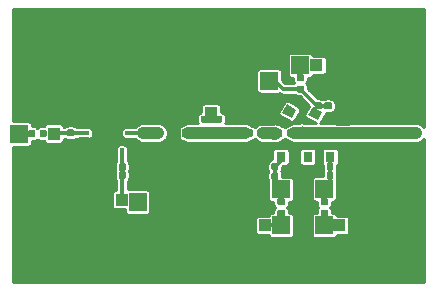
<source format=gbr>
G04 #@! TF.GenerationSoftware,KiCad,Pcbnew,5.1.5+dfsg1-2~bpo9+1*
G04 #@! TF.CreationDate,2020-08-13T16:55:44-04:00*
G04 #@! TF.ProjectId,coplanar_VCO,636f706c-616e-4617-925f-56434f2e6b69,rev?*
G04 #@! TF.SameCoordinates,PXe0cae0PY9b0780*
G04 #@! TF.FileFunction,Copper,L1,Top*
G04 #@! TF.FilePolarity,Positive*
%FSLAX46Y46*%
G04 Gerber Fmt 4.6, Leading zero omitted, Abs format (unit mm)*
G04 Created by KiCad (PCBNEW 5.1.5+dfsg1-2~bpo9+1) date 2020-08-13 16:55:44*
%MOMM*%
%LPD*%
G04 APERTURE LIST*
%ADD10R,1.099820X0.998220*%
%ADD11R,0.998220X1.099820*%
%ADD12C,0.150000*%
%ADD13R,1.500000X1.500000*%
%ADD14R,0.800000X0.900000*%
%ADD15R,1.000000X1.000000*%
%ADD16R,0.650000X1.000000*%
%ADD17R,1.000000X0.650000*%
%ADD18R,2.600000X2.600000*%
%ADD19R,0.300000X0.850000*%
%ADD20R,0.850000X0.300000*%
%ADD21R,0.850000X0.200000*%
%ADD22R,0.850000X0.250000*%
%ADD23C,0.250000*%
%ADD24C,0.350000*%
%ADD25C,0.300000*%
%ADD26C,1.000000*%
%ADD27C,0.254000*%
G04 APERTURE END LIST*
D10*
X19827240Y-18491200D03*
X21523960Y-18491200D03*
X27533600Y-4927600D03*
X25836880Y-4927600D03*
X29448760Y-18491200D03*
X27752040Y-18491200D03*
D11*
X3606800Y-9006840D03*
X3606800Y-10703560D03*
D10*
X7701280Y-16306800D03*
X9398000Y-16306800D03*
G04 #@! TA.AperFunction,SMDPad,CuDef*
D12*
G36*
X22841758Y-10348710D02*
G01*
X22856076Y-10350834D01*
X22870117Y-10354351D01*
X22883746Y-10359228D01*
X22896831Y-10365417D01*
X22909247Y-10372858D01*
X22920873Y-10381481D01*
X22931598Y-10391202D01*
X22941319Y-10401927D01*
X22949942Y-10413553D01*
X22957383Y-10425969D01*
X22963572Y-10439054D01*
X22968449Y-10452683D01*
X22971966Y-10466724D01*
X22974090Y-10481042D01*
X22974800Y-10495500D01*
X22974800Y-10840500D01*
X22974090Y-10854958D01*
X22971966Y-10869276D01*
X22968449Y-10883317D01*
X22963572Y-10896946D01*
X22957383Y-10910031D01*
X22949942Y-10922447D01*
X22941319Y-10934073D01*
X22931598Y-10944798D01*
X22920873Y-10954519D01*
X22909247Y-10963142D01*
X22896831Y-10970583D01*
X22883746Y-10976772D01*
X22870117Y-10981649D01*
X22856076Y-10985166D01*
X22841758Y-10987290D01*
X22827300Y-10988000D01*
X22532300Y-10988000D01*
X22517842Y-10987290D01*
X22503524Y-10985166D01*
X22489483Y-10981649D01*
X22475854Y-10976772D01*
X22462769Y-10970583D01*
X22450353Y-10963142D01*
X22438727Y-10954519D01*
X22428002Y-10944798D01*
X22418281Y-10934073D01*
X22409658Y-10922447D01*
X22402217Y-10910031D01*
X22396028Y-10896946D01*
X22391151Y-10883317D01*
X22387634Y-10869276D01*
X22385510Y-10854958D01*
X22384800Y-10840500D01*
X22384800Y-10495500D01*
X22385510Y-10481042D01*
X22387634Y-10466724D01*
X22391151Y-10452683D01*
X22396028Y-10439054D01*
X22402217Y-10425969D01*
X22409658Y-10413553D01*
X22418281Y-10401927D01*
X22428002Y-10391202D01*
X22438727Y-10381481D01*
X22450353Y-10372858D01*
X22462769Y-10365417D01*
X22475854Y-10359228D01*
X22489483Y-10354351D01*
X22503524Y-10350834D01*
X22517842Y-10348710D01*
X22532300Y-10348000D01*
X22827300Y-10348000D01*
X22841758Y-10348710D01*
G37*
G04 #@! TD.AperFunction*
G04 #@! TA.AperFunction,SMDPad,CuDef*
G36*
X23811758Y-10348710D02*
G01*
X23826076Y-10350834D01*
X23840117Y-10354351D01*
X23853746Y-10359228D01*
X23866831Y-10365417D01*
X23879247Y-10372858D01*
X23890873Y-10381481D01*
X23901598Y-10391202D01*
X23911319Y-10401927D01*
X23919942Y-10413553D01*
X23927383Y-10425969D01*
X23933572Y-10439054D01*
X23938449Y-10452683D01*
X23941966Y-10466724D01*
X23944090Y-10481042D01*
X23944800Y-10495500D01*
X23944800Y-10840500D01*
X23944090Y-10854958D01*
X23941966Y-10869276D01*
X23938449Y-10883317D01*
X23933572Y-10896946D01*
X23927383Y-10910031D01*
X23919942Y-10922447D01*
X23911319Y-10934073D01*
X23901598Y-10944798D01*
X23890873Y-10954519D01*
X23879247Y-10963142D01*
X23866831Y-10970583D01*
X23853746Y-10976772D01*
X23840117Y-10981649D01*
X23826076Y-10985166D01*
X23811758Y-10987290D01*
X23797300Y-10988000D01*
X23502300Y-10988000D01*
X23487842Y-10987290D01*
X23473524Y-10985166D01*
X23459483Y-10981649D01*
X23445854Y-10976772D01*
X23432769Y-10970583D01*
X23420353Y-10963142D01*
X23408727Y-10954519D01*
X23398002Y-10944798D01*
X23388281Y-10934073D01*
X23379658Y-10922447D01*
X23372217Y-10910031D01*
X23366028Y-10896946D01*
X23361151Y-10883317D01*
X23357634Y-10869276D01*
X23355510Y-10854958D01*
X23354800Y-10840500D01*
X23354800Y-10495500D01*
X23355510Y-10481042D01*
X23357634Y-10466724D01*
X23361151Y-10452683D01*
X23366028Y-10439054D01*
X23372217Y-10425969D01*
X23379658Y-10413553D01*
X23388281Y-10401927D01*
X23398002Y-10391202D01*
X23408727Y-10381481D01*
X23420353Y-10372858D01*
X23432769Y-10365417D01*
X23445854Y-10359228D01*
X23459483Y-10354351D01*
X23473524Y-10350834D01*
X23487842Y-10348710D01*
X23502300Y-10348000D01*
X23797300Y-10348000D01*
X23811758Y-10348710D01*
G37*
G04 #@! TD.AperFunction*
G04 #@! TA.AperFunction,SMDPad,CuDef*
G36*
X20324758Y-10348710D02*
G01*
X20339076Y-10350834D01*
X20353117Y-10354351D01*
X20366746Y-10359228D01*
X20379831Y-10365417D01*
X20392247Y-10372858D01*
X20403873Y-10381481D01*
X20414598Y-10391202D01*
X20424319Y-10401927D01*
X20432942Y-10413553D01*
X20440383Y-10425969D01*
X20446572Y-10439054D01*
X20451449Y-10452683D01*
X20454966Y-10466724D01*
X20457090Y-10481042D01*
X20457800Y-10495500D01*
X20457800Y-10840500D01*
X20457090Y-10854958D01*
X20454966Y-10869276D01*
X20451449Y-10883317D01*
X20446572Y-10896946D01*
X20440383Y-10910031D01*
X20432942Y-10922447D01*
X20424319Y-10934073D01*
X20414598Y-10944798D01*
X20403873Y-10954519D01*
X20392247Y-10963142D01*
X20379831Y-10970583D01*
X20366746Y-10976772D01*
X20353117Y-10981649D01*
X20339076Y-10985166D01*
X20324758Y-10987290D01*
X20310300Y-10988000D01*
X20015300Y-10988000D01*
X20000842Y-10987290D01*
X19986524Y-10985166D01*
X19972483Y-10981649D01*
X19958854Y-10976772D01*
X19945769Y-10970583D01*
X19933353Y-10963142D01*
X19921727Y-10954519D01*
X19911002Y-10944798D01*
X19901281Y-10934073D01*
X19892658Y-10922447D01*
X19885217Y-10910031D01*
X19879028Y-10896946D01*
X19874151Y-10883317D01*
X19870634Y-10869276D01*
X19868510Y-10854958D01*
X19867800Y-10840500D01*
X19867800Y-10495500D01*
X19868510Y-10481042D01*
X19870634Y-10466724D01*
X19874151Y-10452683D01*
X19879028Y-10439054D01*
X19885217Y-10425969D01*
X19892658Y-10413553D01*
X19901281Y-10401927D01*
X19911002Y-10391202D01*
X19921727Y-10381481D01*
X19933353Y-10372858D01*
X19945769Y-10365417D01*
X19958854Y-10359228D01*
X19972483Y-10354351D01*
X19986524Y-10350834D01*
X20000842Y-10348710D01*
X20015300Y-10348000D01*
X20310300Y-10348000D01*
X20324758Y-10348710D01*
G37*
G04 #@! TD.AperFunction*
G04 #@! TA.AperFunction,SMDPad,CuDef*
G36*
X21294758Y-10348710D02*
G01*
X21309076Y-10350834D01*
X21323117Y-10354351D01*
X21336746Y-10359228D01*
X21349831Y-10365417D01*
X21362247Y-10372858D01*
X21373873Y-10381481D01*
X21384598Y-10391202D01*
X21394319Y-10401927D01*
X21402942Y-10413553D01*
X21410383Y-10425969D01*
X21416572Y-10439054D01*
X21421449Y-10452683D01*
X21424966Y-10466724D01*
X21427090Y-10481042D01*
X21427800Y-10495500D01*
X21427800Y-10840500D01*
X21427090Y-10854958D01*
X21424966Y-10869276D01*
X21421449Y-10883317D01*
X21416572Y-10896946D01*
X21410383Y-10910031D01*
X21402942Y-10922447D01*
X21394319Y-10934073D01*
X21384598Y-10944798D01*
X21373873Y-10954519D01*
X21362247Y-10963142D01*
X21349831Y-10970583D01*
X21336746Y-10976772D01*
X21323117Y-10981649D01*
X21309076Y-10985166D01*
X21294758Y-10987290D01*
X21280300Y-10988000D01*
X20985300Y-10988000D01*
X20970842Y-10987290D01*
X20956524Y-10985166D01*
X20942483Y-10981649D01*
X20928854Y-10976772D01*
X20915769Y-10970583D01*
X20903353Y-10963142D01*
X20891727Y-10954519D01*
X20881002Y-10944798D01*
X20871281Y-10934073D01*
X20862658Y-10922447D01*
X20855217Y-10910031D01*
X20849028Y-10896946D01*
X20844151Y-10883317D01*
X20840634Y-10869276D01*
X20838510Y-10854958D01*
X20837800Y-10840500D01*
X20837800Y-10495500D01*
X20838510Y-10481042D01*
X20840634Y-10466724D01*
X20844151Y-10452683D01*
X20849028Y-10439054D01*
X20855217Y-10425969D01*
X20862658Y-10413553D01*
X20871281Y-10401927D01*
X20881002Y-10391202D01*
X20891727Y-10381481D01*
X20903353Y-10372858D01*
X20915769Y-10365417D01*
X20928854Y-10359228D01*
X20942483Y-10354351D01*
X20956524Y-10350834D01*
X20970842Y-10348710D01*
X20985300Y-10348000D01*
X21280300Y-10348000D01*
X21294758Y-10348710D01*
G37*
G04 #@! TD.AperFunction*
G04 #@! TA.AperFunction,SMDPad,CuDef*
G36*
X27009358Y-7094710D02*
G01*
X27023676Y-7096834D01*
X27037717Y-7100351D01*
X27051346Y-7105228D01*
X27064431Y-7111417D01*
X27076847Y-7118858D01*
X27088473Y-7127481D01*
X27099198Y-7137202D01*
X27108919Y-7147927D01*
X27117542Y-7159553D01*
X27124983Y-7171969D01*
X27131172Y-7185054D01*
X27136049Y-7198683D01*
X27139566Y-7212724D01*
X27141690Y-7227042D01*
X27142400Y-7241500D01*
X27142400Y-7536500D01*
X27141690Y-7550958D01*
X27139566Y-7565276D01*
X27136049Y-7579317D01*
X27131172Y-7592946D01*
X27124983Y-7606031D01*
X27117542Y-7618447D01*
X27108919Y-7630073D01*
X27099198Y-7640798D01*
X27088473Y-7650519D01*
X27076847Y-7659142D01*
X27064431Y-7666583D01*
X27051346Y-7672772D01*
X27037717Y-7677649D01*
X27023676Y-7681166D01*
X27009358Y-7683290D01*
X26994900Y-7684000D01*
X26649900Y-7684000D01*
X26635442Y-7683290D01*
X26621124Y-7681166D01*
X26607083Y-7677649D01*
X26593454Y-7672772D01*
X26580369Y-7666583D01*
X26567953Y-7659142D01*
X26556327Y-7650519D01*
X26545602Y-7640798D01*
X26535881Y-7630073D01*
X26527258Y-7618447D01*
X26519817Y-7606031D01*
X26513628Y-7592946D01*
X26508751Y-7579317D01*
X26505234Y-7565276D01*
X26503110Y-7550958D01*
X26502400Y-7536500D01*
X26502400Y-7241500D01*
X26503110Y-7227042D01*
X26505234Y-7212724D01*
X26508751Y-7198683D01*
X26513628Y-7185054D01*
X26519817Y-7171969D01*
X26527258Y-7159553D01*
X26535881Y-7147927D01*
X26545602Y-7137202D01*
X26556327Y-7127481D01*
X26567953Y-7118858D01*
X26580369Y-7111417D01*
X26593454Y-7105228D01*
X26607083Y-7100351D01*
X26621124Y-7096834D01*
X26635442Y-7094710D01*
X26649900Y-7094000D01*
X26994900Y-7094000D01*
X27009358Y-7094710D01*
G37*
G04 #@! TD.AperFunction*
G04 #@! TA.AperFunction,SMDPad,CuDef*
G36*
X27009358Y-8064710D02*
G01*
X27023676Y-8066834D01*
X27037717Y-8070351D01*
X27051346Y-8075228D01*
X27064431Y-8081417D01*
X27076847Y-8088858D01*
X27088473Y-8097481D01*
X27099198Y-8107202D01*
X27108919Y-8117927D01*
X27117542Y-8129553D01*
X27124983Y-8141969D01*
X27131172Y-8155054D01*
X27136049Y-8168683D01*
X27139566Y-8182724D01*
X27141690Y-8197042D01*
X27142400Y-8211500D01*
X27142400Y-8506500D01*
X27141690Y-8520958D01*
X27139566Y-8535276D01*
X27136049Y-8549317D01*
X27131172Y-8562946D01*
X27124983Y-8576031D01*
X27117542Y-8588447D01*
X27108919Y-8600073D01*
X27099198Y-8610798D01*
X27088473Y-8620519D01*
X27076847Y-8629142D01*
X27064431Y-8636583D01*
X27051346Y-8642772D01*
X27037717Y-8647649D01*
X27023676Y-8651166D01*
X27009358Y-8653290D01*
X26994900Y-8654000D01*
X26649900Y-8654000D01*
X26635442Y-8653290D01*
X26621124Y-8651166D01*
X26607083Y-8647649D01*
X26593454Y-8642772D01*
X26580369Y-8636583D01*
X26567953Y-8629142D01*
X26556327Y-8620519D01*
X26545602Y-8610798D01*
X26535881Y-8600073D01*
X26527258Y-8588447D01*
X26519817Y-8576031D01*
X26513628Y-8562946D01*
X26508751Y-8549317D01*
X26505234Y-8535276D01*
X26503110Y-8520958D01*
X26502400Y-8506500D01*
X26502400Y-8211500D01*
X26503110Y-8197042D01*
X26505234Y-8182724D01*
X26508751Y-8168683D01*
X26513628Y-8155054D01*
X26519817Y-8141969D01*
X26527258Y-8129553D01*
X26535881Y-8117927D01*
X26545602Y-8107202D01*
X26556327Y-8097481D01*
X26567953Y-8088858D01*
X26580369Y-8081417D01*
X26593454Y-8075228D01*
X26607083Y-8070351D01*
X26621124Y-8066834D01*
X26635442Y-8064710D01*
X26649900Y-8064000D01*
X26994900Y-8064000D01*
X27009358Y-8064710D01*
G37*
G04 #@! TD.AperFunction*
G04 #@! TA.AperFunction,SMDPad,CuDef*
G36*
X24672558Y-6642310D02*
G01*
X24686876Y-6644434D01*
X24700917Y-6647951D01*
X24714546Y-6652828D01*
X24727631Y-6659017D01*
X24740047Y-6666458D01*
X24751673Y-6675081D01*
X24762398Y-6684802D01*
X24772119Y-6695527D01*
X24780742Y-6707153D01*
X24788183Y-6719569D01*
X24794372Y-6732654D01*
X24799249Y-6746283D01*
X24802766Y-6760324D01*
X24804890Y-6774642D01*
X24805600Y-6789100D01*
X24805600Y-7084100D01*
X24804890Y-7098558D01*
X24802766Y-7112876D01*
X24799249Y-7126917D01*
X24794372Y-7140546D01*
X24788183Y-7153631D01*
X24780742Y-7166047D01*
X24772119Y-7177673D01*
X24762398Y-7188398D01*
X24751673Y-7198119D01*
X24740047Y-7206742D01*
X24727631Y-7214183D01*
X24714546Y-7220372D01*
X24700917Y-7225249D01*
X24686876Y-7228766D01*
X24672558Y-7230890D01*
X24658100Y-7231600D01*
X24313100Y-7231600D01*
X24298642Y-7230890D01*
X24284324Y-7228766D01*
X24270283Y-7225249D01*
X24256654Y-7220372D01*
X24243569Y-7214183D01*
X24231153Y-7206742D01*
X24219527Y-7198119D01*
X24208802Y-7188398D01*
X24199081Y-7177673D01*
X24190458Y-7166047D01*
X24183017Y-7153631D01*
X24176828Y-7140546D01*
X24171951Y-7126917D01*
X24168434Y-7112876D01*
X24166310Y-7098558D01*
X24165600Y-7084100D01*
X24165600Y-6789100D01*
X24166310Y-6774642D01*
X24168434Y-6760324D01*
X24171951Y-6746283D01*
X24176828Y-6732654D01*
X24183017Y-6719569D01*
X24190458Y-6707153D01*
X24199081Y-6695527D01*
X24208802Y-6684802D01*
X24219527Y-6675081D01*
X24231153Y-6666458D01*
X24243569Y-6659017D01*
X24256654Y-6652828D01*
X24270283Y-6647951D01*
X24284324Y-6644434D01*
X24298642Y-6642310D01*
X24313100Y-6641600D01*
X24658100Y-6641600D01*
X24672558Y-6642310D01*
G37*
G04 #@! TD.AperFunction*
G04 #@! TA.AperFunction,SMDPad,CuDef*
G36*
X24672558Y-5672310D02*
G01*
X24686876Y-5674434D01*
X24700917Y-5677951D01*
X24714546Y-5682828D01*
X24727631Y-5689017D01*
X24740047Y-5696458D01*
X24751673Y-5705081D01*
X24762398Y-5714802D01*
X24772119Y-5725527D01*
X24780742Y-5737153D01*
X24788183Y-5749569D01*
X24794372Y-5762654D01*
X24799249Y-5776283D01*
X24802766Y-5790324D01*
X24804890Y-5804642D01*
X24805600Y-5819100D01*
X24805600Y-6114100D01*
X24804890Y-6128558D01*
X24802766Y-6142876D01*
X24799249Y-6156917D01*
X24794372Y-6170546D01*
X24788183Y-6183631D01*
X24780742Y-6196047D01*
X24772119Y-6207673D01*
X24762398Y-6218398D01*
X24751673Y-6228119D01*
X24740047Y-6236742D01*
X24727631Y-6244183D01*
X24714546Y-6250372D01*
X24700917Y-6255249D01*
X24686876Y-6258766D01*
X24672558Y-6260890D01*
X24658100Y-6261600D01*
X24313100Y-6261600D01*
X24298642Y-6260890D01*
X24284324Y-6258766D01*
X24270283Y-6255249D01*
X24256654Y-6250372D01*
X24243569Y-6244183D01*
X24231153Y-6236742D01*
X24219527Y-6228119D01*
X24208802Y-6218398D01*
X24199081Y-6207673D01*
X24190458Y-6196047D01*
X24183017Y-6183631D01*
X24176828Y-6170546D01*
X24171951Y-6156917D01*
X24168434Y-6142876D01*
X24166310Y-6128558D01*
X24165600Y-6114100D01*
X24165600Y-5819100D01*
X24166310Y-5804642D01*
X24168434Y-5790324D01*
X24171951Y-5776283D01*
X24176828Y-5762654D01*
X24183017Y-5749569D01*
X24190458Y-5737153D01*
X24199081Y-5725527D01*
X24208802Y-5714802D01*
X24219527Y-5705081D01*
X24231153Y-5696458D01*
X24243569Y-5689017D01*
X24256654Y-5682828D01*
X24270283Y-5677951D01*
X24284324Y-5674434D01*
X24298642Y-5672310D01*
X24313100Y-5671600D01*
X24658100Y-5671600D01*
X24672558Y-5672310D01*
G37*
G04 #@! TD.AperFunction*
G04 #@! TA.AperFunction,SMDPad,CuDef*
G36*
X28129758Y-13955510D02*
G01*
X28144076Y-13957634D01*
X28158117Y-13961151D01*
X28171746Y-13966028D01*
X28184831Y-13972217D01*
X28197247Y-13979658D01*
X28208873Y-13988281D01*
X28219598Y-13998002D01*
X28229319Y-14008727D01*
X28237942Y-14020353D01*
X28245383Y-14032769D01*
X28251572Y-14045854D01*
X28256449Y-14059483D01*
X28259966Y-14073524D01*
X28262090Y-14087842D01*
X28262800Y-14102300D01*
X28262800Y-14447300D01*
X28262090Y-14461758D01*
X28259966Y-14476076D01*
X28256449Y-14490117D01*
X28251572Y-14503746D01*
X28245383Y-14516831D01*
X28237942Y-14529247D01*
X28229319Y-14540873D01*
X28219598Y-14551598D01*
X28208873Y-14561319D01*
X28197247Y-14569942D01*
X28184831Y-14577383D01*
X28171746Y-14583572D01*
X28158117Y-14588449D01*
X28144076Y-14591966D01*
X28129758Y-14594090D01*
X28115300Y-14594800D01*
X27820300Y-14594800D01*
X27805842Y-14594090D01*
X27791524Y-14591966D01*
X27777483Y-14588449D01*
X27763854Y-14583572D01*
X27750769Y-14577383D01*
X27738353Y-14569942D01*
X27726727Y-14561319D01*
X27716002Y-14551598D01*
X27706281Y-14540873D01*
X27697658Y-14529247D01*
X27690217Y-14516831D01*
X27684028Y-14503746D01*
X27679151Y-14490117D01*
X27675634Y-14476076D01*
X27673510Y-14461758D01*
X27672800Y-14447300D01*
X27672800Y-14102300D01*
X27673510Y-14087842D01*
X27675634Y-14073524D01*
X27679151Y-14059483D01*
X27684028Y-14045854D01*
X27690217Y-14032769D01*
X27697658Y-14020353D01*
X27706281Y-14008727D01*
X27716002Y-13998002D01*
X27726727Y-13988281D01*
X27738353Y-13979658D01*
X27750769Y-13972217D01*
X27763854Y-13966028D01*
X27777483Y-13961151D01*
X27791524Y-13957634D01*
X27805842Y-13955510D01*
X27820300Y-13954800D01*
X28115300Y-13954800D01*
X28129758Y-13955510D01*
G37*
G04 #@! TD.AperFunction*
G04 #@! TA.AperFunction,SMDPad,CuDef*
G36*
X27159758Y-13955510D02*
G01*
X27174076Y-13957634D01*
X27188117Y-13961151D01*
X27201746Y-13966028D01*
X27214831Y-13972217D01*
X27227247Y-13979658D01*
X27238873Y-13988281D01*
X27249598Y-13998002D01*
X27259319Y-14008727D01*
X27267942Y-14020353D01*
X27275383Y-14032769D01*
X27281572Y-14045854D01*
X27286449Y-14059483D01*
X27289966Y-14073524D01*
X27292090Y-14087842D01*
X27292800Y-14102300D01*
X27292800Y-14447300D01*
X27292090Y-14461758D01*
X27289966Y-14476076D01*
X27286449Y-14490117D01*
X27281572Y-14503746D01*
X27275383Y-14516831D01*
X27267942Y-14529247D01*
X27259319Y-14540873D01*
X27249598Y-14551598D01*
X27238873Y-14561319D01*
X27227247Y-14569942D01*
X27214831Y-14577383D01*
X27201746Y-14583572D01*
X27188117Y-14588449D01*
X27174076Y-14591966D01*
X27159758Y-14594090D01*
X27145300Y-14594800D01*
X26850300Y-14594800D01*
X26835842Y-14594090D01*
X26821524Y-14591966D01*
X26807483Y-14588449D01*
X26793854Y-14583572D01*
X26780769Y-14577383D01*
X26768353Y-14569942D01*
X26756727Y-14561319D01*
X26746002Y-14551598D01*
X26736281Y-14540873D01*
X26727658Y-14529247D01*
X26720217Y-14516831D01*
X26714028Y-14503746D01*
X26709151Y-14490117D01*
X26705634Y-14476076D01*
X26703510Y-14461758D01*
X26702800Y-14447300D01*
X26702800Y-14102300D01*
X26703510Y-14087842D01*
X26705634Y-14073524D01*
X26709151Y-14059483D01*
X26714028Y-14045854D01*
X26720217Y-14032769D01*
X26727658Y-14020353D01*
X26736281Y-14008727D01*
X26746002Y-13998002D01*
X26756727Y-13988281D01*
X26768353Y-13979658D01*
X26780769Y-13972217D01*
X26793854Y-13966028D01*
X26807483Y-13961151D01*
X26821524Y-13957634D01*
X26835842Y-13955510D01*
X26850300Y-13954800D01*
X27145300Y-13954800D01*
X27159758Y-13955510D01*
G37*
G04 #@! TD.AperFunction*
G04 #@! TA.AperFunction,SMDPad,CuDef*
G36*
X26704558Y-16187910D02*
G01*
X26718876Y-16190034D01*
X26732917Y-16193551D01*
X26746546Y-16198428D01*
X26759631Y-16204617D01*
X26772047Y-16212058D01*
X26783673Y-16220681D01*
X26794398Y-16230402D01*
X26804119Y-16241127D01*
X26812742Y-16252753D01*
X26820183Y-16265169D01*
X26826372Y-16278254D01*
X26831249Y-16291883D01*
X26834766Y-16305924D01*
X26836890Y-16320242D01*
X26837600Y-16334700D01*
X26837600Y-16629700D01*
X26836890Y-16644158D01*
X26834766Y-16658476D01*
X26831249Y-16672517D01*
X26826372Y-16686146D01*
X26820183Y-16699231D01*
X26812742Y-16711647D01*
X26804119Y-16723273D01*
X26794398Y-16733998D01*
X26783673Y-16743719D01*
X26772047Y-16752342D01*
X26759631Y-16759783D01*
X26746546Y-16765972D01*
X26732917Y-16770849D01*
X26718876Y-16774366D01*
X26704558Y-16776490D01*
X26690100Y-16777200D01*
X26345100Y-16777200D01*
X26330642Y-16776490D01*
X26316324Y-16774366D01*
X26302283Y-16770849D01*
X26288654Y-16765972D01*
X26275569Y-16759783D01*
X26263153Y-16752342D01*
X26251527Y-16743719D01*
X26240802Y-16733998D01*
X26231081Y-16723273D01*
X26222458Y-16711647D01*
X26215017Y-16699231D01*
X26208828Y-16686146D01*
X26203951Y-16672517D01*
X26200434Y-16658476D01*
X26198310Y-16644158D01*
X26197600Y-16629700D01*
X26197600Y-16334700D01*
X26198310Y-16320242D01*
X26200434Y-16305924D01*
X26203951Y-16291883D01*
X26208828Y-16278254D01*
X26215017Y-16265169D01*
X26222458Y-16252753D01*
X26231081Y-16241127D01*
X26240802Y-16230402D01*
X26251527Y-16220681D01*
X26263153Y-16212058D01*
X26275569Y-16204617D01*
X26288654Y-16198428D01*
X26302283Y-16193551D01*
X26316324Y-16190034D01*
X26330642Y-16187910D01*
X26345100Y-16187200D01*
X26690100Y-16187200D01*
X26704558Y-16187910D01*
G37*
G04 #@! TD.AperFunction*
G04 #@! TA.AperFunction,SMDPad,CuDef*
G36*
X26704558Y-17157910D02*
G01*
X26718876Y-17160034D01*
X26732917Y-17163551D01*
X26746546Y-17168428D01*
X26759631Y-17174617D01*
X26772047Y-17182058D01*
X26783673Y-17190681D01*
X26794398Y-17200402D01*
X26804119Y-17211127D01*
X26812742Y-17222753D01*
X26820183Y-17235169D01*
X26826372Y-17248254D01*
X26831249Y-17261883D01*
X26834766Y-17275924D01*
X26836890Y-17290242D01*
X26837600Y-17304700D01*
X26837600Y-17599700D01*
X26836890Y-17614158D01*
X26834766Y-17628476D01*
X26831249Y-17642517D01*
X26826372Y-17656146D01*
X26820183Y-17669231D01*
X26812742Y-17681647D01*
X26804119Y-17693273D01*
X26794398Y-17703998D01*
X26783673Y-17713719D01*
X26772047Y-17722342D01*
X26759631Y-17729783D01*
X26746546Y-17735972D01*
X26732917Y-17740849D01*
X26718876Y-17744366D01*
X26704558Y-17746490D01*
X26690100Y-17747200D01*
X26345100Y-17747200D01*
X26330642Y-17746490D01*
X26316324Y-17744366D01*
X26302283Y-17740849D01*
X26288654Y-17735972D01*
X26275569Y-17729783D01*
X26263153Y-17722342D01*
X26251527Y-17713719D01*
X26240802Y-17703998D01*
X26231081Y-17693273D01*
X26222458Y-17681647D01*
X26215017Y-17669231D01*
X26208828Y-17656146D01*
X26203951Y-17642517D01*
X26200434Y-17628476D01*
X26198310Y-17614158D01*
X26197600Y-17599700D01*
X26197600Y-17304700D01*
X26198310Y-17290242D01*
X26200434Y-17275924D01*
X26203951Y-17261883D01*
X26208828Y-17248254D01*
X26215017Y-17235169D01*
X26222458Y-17222753D01*
X26231081Y-17211127D01*
X26240802Y-17200402D01*
X26251527Y-17190681D01*
X26263153Y-17182058D01*
X26275569Y-17174617D01*
X26288654Y-17168428D01*
X26302283Y-17163551D01*
X26316324Y-17160034D01*
X26330642Y-17157910D01*
X26345100Y-17157200D01*
X26690100Y-17157200D01*
X26704558Y-17157910D01*
G37*
G04 #@! TD.AperFunction*
D13*
X24485600Y-4927600D03*
X21844000Y-6248400D03*
X26517600Y-18491200D03*
X26517600Y-15392400D03*
G04 #@! TA.AperFunction,SMDPad,CuDef*
D12*
G36*
X24138261Y-8692914D02*
G01*
X23738261Y-9385734D01*
X22958839Y-8935734D01*
X23358839Y-8242914D01*
X24138261Y-8692914D01*
G37*
G04 #@! TD.AperFunction*
G04 #@! TA.AperFunction,SMDPad,CuDef*
G36*
X26345311Y-8870190D02*
G01*
X25945311Y-9563010D01*
X25165889Y-9113010D01*
X25565889Y-8420190D01*
X26345311Y-8870190D01*
G37*
G04 #@! TD.AperFunction*
G04 #@! TA.AperFunction,SMDPad,CuDef*
G36*
X25395311Y-10515638D02*
G01*
X24995311Y-11208458D01*
X24215889Y-10758458D01*
X24615889Y-10065638D01*
X25395311Y-10515638D01*
G37*
G04 #@! TD.AperFunction*
D14*
X26060400Y-10684000D03*
X27010400Y-12684000D03*
X25110400Y-12684000D03*
G04 #@! TA.AperFunction,SMDPad,CuDef*
D12*
G36*
X26196558Y-7094710D02*
G01*
X26210876Y-7096834D01*
X26224917Y-7100351D01*
X26238546Y-7105228D01*
X26251631Y-7111417D01*
X26264047Y-7118858D01*
X26275673Y-7127481D01*
X26286398Y-7137202D01*
X26296119Y-7147927D01*
X26304742Y-7159553D01*
X26312183Y-7171969D01*
X26318372Y-7185054D01*
X26323249Y-7198683D01*
X26326766Y-7212724D01*
X26328890Y-7227042D01*
X26329600Y-7241500D01*
X26329600Y-7536500D01*
X26328890Y-7550958D01*
X26326766Y-7565276D01*
X26323249Y-7579317D01*
X26318372Y-7592946D01*
X26312183Y-7606031D01*
X26304742Y-7618447D01*
X26296119Y-7630073D01*
X26286398Y-7640798D01*
X26275673Y-7650519D01*
X26264047Y-7659142D01*
X26251631Y-7666583D01*
X26238546Y-7672772D01*
X26224917Y-7677649D01*
X26210876Y-7681166D01*
X26196558Y-7683290D01*
X26182100Y-7684000D01*
X25837100Y-7684000D01*
X25822642Y-7683290D01*
X25808324Y-7681166D01*
X25794283Y-7677649D01*
X25780654Y-7672772D01*
X25767569Y-7666583D01*
X25755153Y-7659142D01*
X25743527Y-7650519D01*
X25732802Y-7640798D01*
X25723081Y-7630073D01*
X25714458Y-7618447D01*
X25707017Y-7606031D01*
X25700828Y-7592946D01*
X25695951Y-7579317D01*
X25692434Y-7565276D01*
X25690310Y-7550958D01*
X25689600Y-7536500D01*
X25689600Y-7241500D01*
X25690310Y-7227042D01*
X25692434Y-7212724D01*
X25695951Y-7198683D01*
X25700828Y-7185054D01*
X25707017Y-7171969D01*
X25714458Y-7159553D01*
X25723081Y-7147927D01*
X25732802Y-7137202D01*
X25743527Y-7127481D01*
X25755153Y-7118858D01*
X25767569Y-7111417D01*
X25780654Y-7105228D01*
X25794283Y-7100351D01*
X25808324Y-7096834D01*
X25822642Y-7094710D01*
X25837100Y-7094000D01*
X26182100Y-7094000D01*
X26196558Y-7094710D01*
G37*
G04 #@! TD.AperFunction*
G04 #@! TA.AperFunction,SMDPad,CuDef*
G36*
X26196558Y-8064710D02*
G01*
X26210876Y-8066834D01*
X26224917Y-8070351D01*
X26238546Y-8075228D01*
X26251631Y-8081417D01*
X26264047Y-8088858D01*
X26275673Y-8097481D01*
X26286398Y-8107202D01*
X26296119Y-8117927D01*
X26304742Y-8129553D01*
X26312183Y-8141969D01*
X26318372Y-8155054D01*
X26323249Y-8168683D01*
X26326766Y-8182724D01*
X26328890Y-8197042D01*
X26329600Y-8211500D01*
X26329600Y-8506500D01*
X26328890Y-8520958D01*
X26326766Y-8535276D01*
X26323249Y-8549317D01*
X26318372Y-8562946D01*
X26312183Y-8576031D01*
X26304742Y-8588447D01*
X26296119Y-8600073D01*
X26286398Y-8610798D01*
X26275673Y-8620519D01*
X26264047Y-8629142D01*
X26251631Y-8636583D01*
X26238546Y-8642772D01*
X26224917Y-8647649D01*
X26210876Y-8651166D01*
X26196558Y-8653290D01*
X26182100Y-8654000D01*
X25837100Y-8654000D01*
X25822642Y-8653290D01*
X25808324Y-8651166D01*
X25794283Y-8647649D01*
X25780654Y-8642772D01*
X25767569Y-8636583D01*
X25755153Y-8629142D01*
X25743527Y-8620519D01*
X25732802Y-8610798D01*
X25723081Y-8600073D01*
X25714458Y-8588447D01*
X25707017Y-8576031D01*
X25700828Y-8562946D01*
X25695951Y-8549317D01*
X25692434Y-8535276D01*
X25690310Y-8520958D01*
X25689600Y-8506500D01*
X25689600Y-8211500D01*
X25690310Y-8197042D01*
X25692434Y-8182724D01*
X25695951Y-8168683D01*
X25700828Y-8155054D01*
X25707017Y-8141969D01*
X25714458Y-8129553D01*
X25723081Y-8117927D01*
X25732802Y-8107202D01*
X25743527Y-8097481D01*
X25755153Y-8088858D01*
X25767569Y-8081417D01*
X25780654Y-8075228D01*
X25794283Y-8070351D01*
X25808324Y-8066834D01*
X25822642Y-8064710D01*
X25837100Y-8064000D01*
X26182100Y-8064000D01*
X26196558Y-8064710D01*
G37*
G04 #@! TD.AperFunction*
G04 #@! TA.AperFunction,SMDPad,CuDef*
G36*
X28129758Y-13142710D02*
G01*
X28144076Y-13144834D01*
X28158117Y-13148351D01*
X28171746Y-13153228D01*
X28184831Y-13159417D01*
X28197247Y-13166858D01*
X28208873Y-13175481D01*
X28219598Y-13185202D01*
X28229319Y-13195927D01*
X28237942Y-13207553D01*
X28245383Y-13219969D01*
X28251572Y-13233054D01*
X28256449Y-13246683D01*
X28259966Y-13260724D01*
X28262090Y-13275042D01*
X28262800Y-13289500D01*
X28262800Y-13634500D01*
X28262090Y-13648958D01*
X28259966Y-13663276D01*
X28256449Y-13677317D01*
X28251572Y-13690946D01*
X28245383Y-13704031D01*
X28237942Y-13716447D01*
X28229319Y-13728073D01*
X28219598Y-13738798D01*
X28208873Y-13748519D01*
X28197247Y-13757142D01*
X28184831Y-13764583D01*
X28171746Y-13770772D01*
X28158117Y-13775649D01*
X28144076Y-13779166D01*
X28129758Y-13781290D01*
X28115300Y-13782000D01*
X27820300Y-13782000D01*
X27805842Y-13781290D01*
X27791524Y-13779166D01*
X27777483Y-13775649D01*
X27763854Y-13770772D01*
X27750769Y-13764583D01*
X27738353Y-13757142D01*
X27726727Y-13748519D01*
X27716002Y-13738798D01*
X27706281Y-13728073D01*
X27697658Y-13716447D01*
X27690217Y-13704031D01*
X27684028Y-13690946D01*
X27679151Y-13677317D01*
X27675634Y-13663276D01*
X27673510Y-13648958D01*
X27672800Y-13634500D01*
X27672800Y-13289500D01*
X27673510Y-13275042D01*
X27675634Y-13260724D01*
X27679151Y-13246683D01*
X27684028Y-13233054D01*
X27690217Y-13219969D01*
X27697658Y-13207553D01*
X27706281Y-13195927D01*
X27716002Y-13185202D01*
X27726727Y-13175481D01*
X27738353Y-13166858D01*
X27750769Y-13159417D01*
X27763854Y-13153228D01*
X27777483Y-13148351D01*
X27791524Y-13144834D01*
X27805842Y-13142710D01*
X27820300Y-13142000D01*
X28115300Y-13142000D01*
X28129758Y-13142710D01*
G37*
G04 #@! TD.AperFunction*
G04 #@! TA.AperFunction,SMDPad,CuDef*
G36*
X27159758Y-13142710D02*
G01*
X27174076Y-13144834D01*
X27188117Y-13148351D01*
X27201746Y-13153228D01*
X27214831Y-13159417D01*
X27227247Y-13166858D01*
X27238873Y-13175481D01*
X27249598Y-13185202D01*
X27259319Y-13195927D01*
X27267942Y-13207553D01*
X27275383Y-13219969D01*
X27281572Y-13233054D01*
X27286449Y-13246683D01*
X27289966Y-13260724D01*
X27292090Y-13275042D01*
X27292800Y-13289500D01*
X27292800Y-13634500D01*
X27292090Y-13648958D01*
X27289966Y-13663276D01*
X27286449Y-13677317D01*
X27281572Y-13690946D01*
X27275383Y-13704031D01*
X27267942Y-13716447D01*
X27259319Y-13728073D01*
X27249598Y-13738798D01*
X27238873Y-13748519D01*
X27227247Y-13757142D01*
X27214831Y-13764583D01*
X27201746Y-13770772D01*
X27188117Y-13775649D01*
X27174076Y-13779166D01*
X27159758Y-13781290D01*
X27145300Y-13782000D01*
X26850300Y-13782000D01*
X26835842Y-13781290D01*
X26821524Y-13779166D01*
X26807483Y-13775649D01*
X26793854Y-13770772D01*
X26780769Y-13764583D01*
X26768353Y-13757142D01*
X26756727Y-13748519D01*
X26746002Y-13738798D01*
X26736281Y-13728073D01*
X26727658Y-13716447D01*
X26720217Y-13704031D01*
X26714028Y-13690946D01*
X26709151Y-13677317D01*
X26705634Y-13663276D01*
X26703510Y-13648958D01*
X26702800Y-13634500D01*
X26702800Y-13289500D01*
X26703510Y-13275042D01*
X26705634Y-13260724D01*
X26709151Y-13246683D01*
X26714028Y-13233054D01*
X26720217Y-13219969D01*
X26727658Y-13207553D01*
X26736281Y-13195927D01*
X26746002Y-13185202D01*
X26756727Y-13175481D01*
X26768353Y-13166858D01*
X26780769Y-13159417D01*
X26793854Y-13153228D01*
X26807483Y-13148351D01*
X26821524Y-13144834D01*
X26835842Y-13142710D01*
X26850300Y-13142000D01*
X27145300Y-13142000D01*
X27159758Y-13142710D01*
G37*
G04 #@! TD.AperFunction*
G04 #@! TA.AperFunction,SMDPad,CuDef*
G36*
X21520958Y-14006310D02*
G01*
X21535276Y-14008434D01*
X21549317Y-14011951D01*
X21562946Y-14016828D01*
X21576031Y-14023017D01*
X21588447Y-14030458D01*
X21600073Y-14039081D01*
X21610798Y-14048802D01*
X21620519Y-14059527D01*
X21629142Y-14071153D01*
X21636583Y-14083569D01*
X21642772Y-14096654D01*
X21647649Y-14110283D01*
X21651166Y-14124324D01*
X21653290Y-14138642D01*
X21654000Y-14153100D01*
X21654000Y-14498100D01*
X21653290Y-14512558D01*
X21651166Y-14526876D01*
X21647649Y-14540917D01*
X21642772Y-14554546D01*
X21636583Y-14567631D01*
X21629142Y-14580047D01*
X21620519Y-14591673D01*
X21610798Y-14602398D01*
X21600073Y-14612119D01*
X21588447Y-14620742D01*
X21576031Y-14628183D01*
X21562946Y-14634372D01*
X21549317Y-14639249D01*
X21535276Y-14642766D01*
X21520958Y-14644890D01*
X21506500Y-14645600D01*
X21211500Y-14645600D01*
X21197042Y-14644890D01*
X21182724Y-14642766D01*
X21168683Y-14639249D01*
X21155054Y-14634372D01*
X21141969Y-14628183D01*
X21129553Y-14620742D01*
X21117927Y-14612119D01*
X21107202Y-14602398D01*
X21097481Y-14591673D01*
X21088858Y-14580047D01*
X21081417Y-14567631D01*
X21075228Y-14554546D01*
X21070351Y-14540917D01*
X21066834Y-14526876D01*
X21064710Y-14512558D01*
X21064000Y-14498100D01*
X21064000Y-14153100D01*
X21064710Y-14138642D01*
X21066834Y-14124324D01*
X21070351Y-14110283D01*
X21075228Y-14096654D01*
X21081417Y-14083569D01*
X21088858Y-14071153D01*
X21097481Y-14059527D01*
X21107202Y-14048802D01*
X21117927Y-14039081D01*
X21129553Y-14030458D01*
X21141969Y-14023017D01*
X21155054Y-14016828D01*
X21168683Y-14011951D01*
X21182724Y-14008434D01*
X21197042Y-14006310D01*
X21211500Y-14005600D01*
X21506500Y-14005600D01*
X21520958Y-14006310D01*
G37*
G04 #@! TD.AperFunction*
G04 #@! TA.AperFunction,SMDPad,CuDef*
G36*
X22490958Y-14006310D02*
G01*
X22505276Y-14008434D01*
X22519317Y-14011951D01*
X22532946Y-14016828D01*
X22546031Y-14023017D01*
X22558447Y-14030458D01*
X22570073Y-14039081D01*
X22580798Y-14048802D01*
X22590519Y-14059527D01*
X22599142Y-14071153D01*
X22606583Y-14083569D01*
X22612772Y-14096654D01*
X22617649Y-14110283D01*
X22621166Y-14124324D01*
X22623290Y-14138642D01*
X22624000Y-14153100D01*
X22624000Y-14498100D01*
X22623290Y-14512558D01*
X22621166Y-14526876D01*
X22617649Y-14540917D01*
X22612772Y-14554546D01*
X22606583Y-14567631D01*
X22599142Y-14580047D01*
X22590519Y-14591673D01*
X22580798Y-14602398D01*
X22570073Y-14612119D01*
X22558447Y-14620742D01*
X22546031Y-14628183D01*
X22532946Y-14634372D01*
X22519317Y-14639249D01*
X22505276Y-14642766D01*
X22490958Y-14644890D01*
X22476500Y-14645600D01*
X22181500Y-14645600D01*
X22167042Y-14644890D01*
X22152724Y-14642766D01*
X22138683Y-14639249D01*
X22125054Y-14634372D01*
X22111969Y-14628183D01*
X22099553Y-14620742D01*
X22087927Y-14612119D01*
X22077202Y-14602398D01*
X22067481Y-14591673D01*
X22058858Y-14580047D01*
X22051417Y-14567631D01*
X22045228Y-14554546D01*
X22040351Y-14540917D01*
X22036834Y-14526876D01*
X22034710Y-14512558D01*
X22034000Y-14498100D01*
X22034000Y-14153100D01*
X22034710Y-14138642D01*
X22036834Y-14124324D01*
X22040351Y-14110283D01*
X22045228Y-14096654D01*
X22051417Y-14083569D01*
X22058858Y-14071153D01*
X22067481Y-14059527D01*
X22077202Y-14048802D01*
X22087927Y-14039081D01*
X22099553Y-14030458D01*
X22111969Y-14023017D01*
X22125054Y-14016828D01*
X22138683Y-14011951D01*
X22152724Y-14008434D01*
X22167042Y-14006310D01*
X22181500Y-14005600D01*
X22476500Y-14005600D01*
X22490958Y-14006310D01*
G37*
G04 #@! TD.AperFunction*
G04 #@! TA.AperFunction,SMDPad,CuDef*
G36*
X23046958Y-16187910D02*
G01*
X23061276Y-16190034D01*
X23075317Y-16193551D01*
X23088946Y-16198428D01*
X23102031Y-16204617D01*
X23114447Y-16212058D01*
X23126073Y-16220681D01*
X23136798Y-16230402D01*
X23146519Y-16241127D01*
X23155142Y-16252753D01*
X23162583Y-16265169D01*
X23168772Y-16278254D01*
X23173649Y-16291883D01*
X23177166Y-16305924D01*
X23179290Y-16320242D01*
X23180000Y-16334700D01*
X23180000Y-16629700D01*
X23179290Y-16644158D01*
X23177166Y-16658476D01*
X23173649Y-16672517D01*
X23168772Y-16686146D01*
X23162583Y-16699231D01*
X23155142Y-16711647D01*
X23146519Y-16723273D01*
X23136798Y-16733998D01*
X23126073Y-16743719D01*
X23114447Y-16752342D01*
X23102031Y-16759783D01*
X23088946Y-16765972D01*
X23075317Y-16770849D01*
X23061276Y-16774366D01*
X23046958Y-16776490D01*
X23032500Y-16777200D01*
X22687500Y-16777200D01*
X22673042Y-16776490D01*
X22658724Y-16774366D01*
X22644683Y-16770849D01*
X22631054Y-16765972D01*
X22617969Y-16759783D01*
X22605553Y-16752342D01*
X22593927Y-16743719D01*
X22583202Y-16733998D01*
X22573481Y-16723273D01*
X22564858Y-16711647D01*
X22557417Y-16699231D01*
X22551228Y-16686146D01*
X22546351Y-16672517D01*
X22542834Y-16658476D01*
X22540710Y-16644158D01*
X22540000Y-16629700D01*
X22540000Y-16334700D01*
X22540710Y-16320242D01*
X22542834Y-16305924D01*
X22546351Y-16291883D01*
X22551228Y-16278254D01*
X22557417Y-16265169D01*
X22564858Y-16252753D01*
X22573481Y-16241127D01*
X22583202Y-16230402D01*
X22593927Y-16220681D01*
X22605553Y-16212058D01*
X22617969Y-16204617D01*
X22631054Y-16198428D01*
X22644683Y-16193551D01*
X22658724Y-16190034D01*
X22673042Y-16187910D01*
X22687500Y-16187200D01*
X23032500Y-16187200D01*
X23046958Y-16187910D01*
G37*
G04 #@! TD.AperFunction*
G04 #@! TA.AperFunction,SMDPad,CuDef*
G36*
X23046958Y-17157910D02*
G01*
X23061276Y-17160034D01*
X23075317Y-17163551D01*
X23088946Y-17168428D01*
X23102031Y-17174617D01*
X23114447Y-17182058D01*
X23126073Y-17190681D01*
X23136798Y-17200402D01*
X23146519Y-17211127D01*
X23155142Y-17222753D01*
X23162583Y-17235169D01*
X23168772Y-17248254D01*
X23173649Y-17261883D01*
X23177166Y-17275924D01*
X23179290Y-17290242D01*
X23180000Y-17304700D01*
X23180000Y-17599700D01*
X23179290Y-17614158D01*
X23177166Y-17628476D01*
X23173649Y-17642517D01*
X23168772Y-17656146D01*
X23162583Y-17669231D01*
X23155142Y-17681647D01*
X23146519Y-17693273D01*
X23136798Y-17703998D01*
X23126073Y-17713719D01*
X23114447Y-17722342D01*
X23102031Y-17729783D01*
X23088946Y-17735972D01*
X23075317Y-17740849D01*
X23061276Y-17744366D01*
X23046958Y-17746490D01*
X23032500Y-17747200D01*
X22687500Y-17747200D01*
X22673042Y-17746490D01*
X22658724Y-17744366D01*
X22644683Y-17740849D01*
X22631054Y-17735972D01*
X22617969Y-17729783D01*
X22605553Y-17722342D01*
X22593927Y-17713719D01*
X22583202Y-17703998D01*
X22573481Y-17693273D01*
X22564858Y-17681647D01*
X22557417Y-17669231D01*
X22551228Y-17656146D01*
X22546351Y-17642517D01*
X22542834Y-17628476D01*
X22540710Y-17614158D01*
X22540000Y-17599700D01*
X22540000Y-17304700D01*
X22540710Y-17290242D01*
X22542834Y-17275924D01*
X22546351Y-17261883D01*
X22551228Y-17248254D01*
X22557417Y-17235169D01*
X22564858Y-17222753D01*
X22573481Y-17211127D01*
X22583202Y-17200402D01*
X22593927Y-17190681D01*
X22605553Y-17182058D01*
X22617969Y-17174617D01*
X22631054Y-17168428D01*
X22644683Y-17163551D01*
X22658724Y-17160034D01*
X22673042Y-17157910D01*
X22687500Y-17157200D01*
X23032500Y-17157200D01*
X23046958Y-17157910D01*
G37*
G04 #@! TD.AperFunction*
D13*
X22860000Y-15443200D03*
G04 #@! TA.AperFunction,SMDPad,CuDef*
D12*
G36*
X21520958Y-13193510D02*
G01*
X21535276Y-13195634D01*
X21549317Y-13199151D01*
X21562946Y-13204028D01*
X21576031Y-13210217D01*
X21588447Y-13217658D01*
X21600073Y-13226281D01*
X21610798Y-13236002D01*
X21620519Y-13246727D01*
X21629142Y-13258353D01*
X21636583Y-13270769D01*
X21642772Y-13283854D01*
X21647649Y-13297483D01*
X21651166Y-13311524D01*
X21653290Y-13325842D01*
X21654000Y-13340300D01*
X21654000Y-13685300D01*
X21653290Y-13699758D01*
X21651166Y-13714076D01*
X21647649Y-13728117D01*
X21642772Y-13741746D01*
X21636583Y-13754831D01*
X21629142Y-13767247D01*
X21620519Y-13778873D01*
X21610798Y-13789598D01*
X21600073Y-13799319D01*
X21588447Y-13807942D01*
X21576031Y-13815383D01*
X21562946Y-13821572D01*
X21549317Y-13826449D01*
X21535276Y-13829966D01*
X21520958Y-13832090D01*
X21506500Y-13832800D01*
X21211500Y-13832800D01*
X21197042Y-13832090D01*
X21182724Y-13829966D01*
X21168683Y-13826449D01*
X21155054Y-13821572D01*
X21141969Y-13815383D01*
X21129553Y-13807942D01*
X21117927Y-13799319D01*
X21107202Y-13789598D01*
X21097481Y-13778873D01*
X21088858Y-13767247D01*
X21081417Y-13754831D01*
X21075228Y-13741746D01*
X21070351Y-13728117D01*
X21066834Y-13714076D01*
X21064710Y-13699758D01*
X21064000Y-13685300D01*
X21064000Y-13340300D01*
X21064710Y-13325842D01*
X21066834Y-13311524D01*
X21070351Y-13297483D01*
X21075228Y-13283854D01*
X21081417Y-13270769D01*
X21088858Y-13258353D01*
X21097481Y-13246727D01*
X21107202Y-13236002D01*
X21117927Y-13226281D01*
X21129553Y-13217658D01*
X21141969Y-13210217D01*
X21155054Y-13204028D01*
X21168683Y-13199151D01*
X21182724Y-13195634D01*
X21197042Y-13193510D01*
X21211500Y-13192800D01*
X21506500Y-13192800D01*
X21520958Y-13193510D01*
G37*
G04 #@! TD.AperFunction*
G04 #@! TA.AperFunction,SMDPad,CuDef*
G36*
X22490958Y-13193510D02*
G01*
X22505276Y-13195634D01*
X22519317Y-13199151D01*
X22532946Y-13204028D01*
X22546031Y-13210217D01*
X22558447Y-13217658D01*
X22570073Y-13226281D01*
X22580798Y-13236002D01*
X22590519Y-13246727D01*
X22599142Y-13258353D01*
X22606583Y-13270769D01*
X22612772Y-13283854D01*
X22617649Y-13297483D01*
X22621166Y-13311524D01*
X22623290Y-13325842D01*
X22624000Y-13340300D01*
X22624000Y-13685300D01*
X22623290Y-13699758D01*
X22621166Y-13714076D01*
X22617649Y-13728117D01*
X22612772Y-13741746D01*
X22606583Y-13754831D01*
X22599142Y-13767247D01*
X22590519Y-13778873D01*
X22580798Y-13789598D01*
X22570073Y-13799319D01*
X22558447Y-13807942D01*
X22546031Y-13815383D01*
X22532946Y-13821572D01*
X22519317Y-13826449D01*
X22505276Y-13829966D01*
X22490958Y-13832090D01*
X22476500Y-13832800D01*
X22181500Y-13832800D01*
X22167042Y-13832090D01*
X22152724Y-13829966D01*
X22138683Y-13826449D01*
X22125054Y-13821572D01*
X22111969Y-13815383D01*
X22099553Y-13807942D01*
X22087927Y-13799319D01*
X22077202Y-13789598D01*
X22067481Y-13778873D01*
X22058858Y-13767247D01*
X22051417Y-13754831D01*
X22045228Y-13741746D01*
X22040351Y-13728117D01*
X22036834Y-13714076D01*
X22034710Y-13699758D01*
X22034000Y-13685300D01*
X22034000Y-13340300D01*
X22034710Y-13325842D01*
X22036834Y-13311524D01*
X22040351Y-13297483D01*
X22045228Y-13283854D01*
X22051417Y-13270769D01*
X22058858Y-13258353D01*
X22067481Y-13246727D01*
X22077202Y-13236002D01*
X22087927Y-13226281D01*
X22099553Y-13217658D01*
X22111969Y-13210217D01*
X22125054Y-13204028D01*
X22138683Y-13199151D01*
X22152724Y-13195634D01*
X22167042Y-13193510D01*
X22181500Y-13192800D01*
X22476500Y-13192800D01*
X22490958Y-13193510D01*
G37*
G04 #@! TD.AperFunction*
D15*
X16916400Y-8940800D03*
D13*
X22860000Y-18491200D03*
D14*
X21894800Y-10684000D03*
X22844800Y-12684000D03*
X20944800Y-12684000D03*
D16*
X13665200Y-9318000D03*
D17*
X12315200Y-10668000D03*
D16*
X13665200Y-12018000D03*
D17*
X15015200Y-10668000D03*
D18*
X8128000Y-10414000D03*
D19*
X6878000Y-8464000D03*
X7378000Y-8464000D03*
X7878000Y-8464000D03*
X8378000Y-8464000D03*
X8878000Y-8464000D03*
X9378000Y-8464000D03*
D20*
X10078000Y-9164000D03*
X10078000Y-9664000D03*
D21*
X10078000Y-10164000D03*
D20*
X10078000Y-10664000D03*
D22*
X10078000Y-11164000D03*
D20*
X10078000Y-11664000D03*
D19*
X9378000Y-12364000D03*
X8878000Y-12364000D03*
X8378000Y-12364000D03*
X7878000Y-12364000D03*
X7378000Y-12364000D03*
X6878000Y-12364000D03*
D20*
X6178000Y-11664000D03*
X6178000Y-11164000D03*
X6178000Y-10664000D03*
X6178000Y-10164000D03*
X6178000Y-9664000D03*
X6178000Y-9164000D03*
G04 #@! TA.AperFunction,SMDPad,CuDef*
D12*
G36*
X11616958Y-9228310D02*
G01*
X11631276Y-9230434D01*
X11645317Y-9233951D01*
X11658946Y-9238828D01*
X11672031Y-9245017D01*
X11684447Y-9252458D01*
X11696073Y-9261081D01*
X11706798Y-9270802D01*
X11716519Y-9281527D01*
X11725142Y-9293153D01*
X11732583Y-9305569D01*
X11738772Y-9318654D01*
X11743649Y-9332283D01*
X11747166Y-9346324D01*
X11749290Y-9360642D01*
X11750000Y-9375100D01*
X11750000Y-9670100D01*
X11749290Y-9684558D01*
X11747166Y-9698876D01*
X11743649Y-9712917D01*
X11738772Y-9726546D01*
X11732583Y-9739631D01*
X11725142Y-9752047D01*
X11716519Y-9763673D01*
X11706798Y-9774398D01*
X11696073Y-9784119D01*
X11684447Y-9792742D01*
X11672031Y-9800183D01*
X11658946Y-9806372D01*
X11645317Y-9811249D01*
X11631276Y-9814766D01*
X11616958Y-9816890D01*
X11602500Y-9817600D01*
X11257500Y-9817600D01*
X11243042Y-9816890D01*
X11228724Y-9814766D01*
X11214683Y-9811249D01*
X11201054Y-9806372D01*
X11187969Y-9800183D01*
X11175553Y-9792742D01*
X11163927Y-9784119D01*
X11153202Y-9774398D01*
X11143481Y-9763673D01*
X11134858Y-9752047D01*
X11127417Y-9739631D01*
X11121228Y-9726546D01*
X11116351Y-9712917D01*
X11112834Y-9698876D01*
X11110710Y-9684558D01*
X11110000Y-9670100D01*
X11110000Y-9375100D01*
X11110710Y-9360642D01*
X11112834Y-9346324D01*
X11116351Y-9332283D01*
X11121228Y-9318654D01*
X11127417Y-9305569D01*
X11134858Y-9293153D01*
X11143481Y-9281527D01*
X11153202Y-9270802D01*
X11163927Y-9261081D01*
X11175553Y-9252458D01*
X11187969Y-9245017D01*
X11201054Y-9238828D01*
X11214683Y-9233951D01*
X11228724Y-9230434D01*
X11243042Y-9228310D01*
X11257500Y-9227600D01*
X11602500Y-9227600D01*
X11616958Y-9228310D01*
G37*
G04 #@! TD.AperFunction*
G04 #@! TA.AperFunction,SMDPad,CuDef*
G36*
X11616958Y-10198310D02*
G01*
X11631276Y-10200434D01*
X11645317Y-10203951D01*
X11658946Y-10208828D01*
X11672031Y-10215017D01*
X11684447Y-10222458D01*
X11696073Y-10231081D01*
X11706798Y-10240802D01*
X11716519Y-10251527D01*
X11725142Y-10263153D01*
X11732583Y-10275569D01*
X11738772Y-10288654D01*
X11743649Y-10302283D01*
X11747166Y-10316324D01*
X11749290Y-10330642D01*
X11750000Y-10345100D01*
X11750000Y-10640100D01*
X11749290Y-10654558D01*
X11747166Y-10668876D01*
X11743649Y-10682917D01*
X11738772Y-10696546D01*
X11732583Y-10709631D01*
X11725142Y-10722047D01*
X11716519Y-10733673D01*
X11706798Y-10744398D01*
X11696073Y-10754119D01*
X11684447Y-10762742D01*
X11672031Y-10770183D01*
X11658946Y-10776372D01*
X11645317Y-10781249D01*
X11631276Y-10784766D01*
X11616958Y-10786890D01*
X11602500Y-10787600D01*
X11257500Y-10787600D01*
X11243042Y-10786890D01*
X11228724Y-10784766D01*
X11214683Y-10781249D01*
X11201054Y-10776372D01*
X11187969Y-10770183D01*
X11175553Y-10762742D01*
X11163927Y-10754119D01*
X11153202Y-10744398D01*
X11143481Y-10733673D01*
X11134858Y-10722047D01*
X11127417Y-10709631D01*
X11121228Y-10696546D01*
X11116351Y-10682917D01*
X11112834Y-10668876D01*
X11110710Y-10654558D01*
X11110000Y-10640100D01*
X11110000Y-10345100D01*
X11110710Y-10330642D01*
X11112834Y-10316324D01*
X11116351Y-10302283D01*
X11121228Y-10288654D01*
X11127417Y-10275569D01*
X11134858Y-10263153D01*
X11143481Y-10251527D01*
X11153202Y-10240802D01*
X11163927Y-10231081D01*
X11175553Y-10222458D01*
X11187969Y-10215017D01*
X11201054Y-10208828D01*
X11214683Y-10203951D01*
X11228724Y-10200434D01*
X11243042Y-10198310D01*
X11257500Y-10197600D01*
X11602500Y-10197600D01*
X11616958Y-10198310D01*
G37*
G04 #@! TD.AperFunction*
G04 #@! TA.AperFunction,SMDPad,CuDef*
G36*
X2866598Y-10396690D02*
G01*
X2880916Y-10398814D01*
X2894957Y-10402331D01*
X2908586Y-10407208D01*
X2921671Y-10413397D01*
X2934087Y-10420838D01*
X2945713Y-10429461D01*
X2956438Y-10439182D01*
X2966159Y-10449907D01*
X2974782Y-10461533D01*
X2982223Y-10473949D01*
X2988412Y-10487034D01*
X2993289Y-10500663D01*
X2996806Y-10514704D01*
X2998930Y-10529022D01*
X2999640Y-10543480D01*
X2999640Y-10888480D01*
X2998930Y-10902938D01*
X2996806Y-10917256D01*
X2993289Y-10931297D01*
X2988412Y-10944926D01*
X2982223Y-10958011D01*
X2974782Y-10970427D01*
X2966159Y-10982053D01*
X2956438Y-10992778D01*
X2945713Y-11002499D01*
X2934087Y-11011122D01*
X2921671Y-11018563D01*
X2908586Y-11024752D01*
X2894957Y-11029629D01*
X2880916Y-11033146D01*
X2866598Y-11035270D01*
X2852140Y-11035980D01*
X2557140Y-11035980D01*
X2542682Y-11035270D01*
X2528364Y-11033146D01*
X2514323Y-11029629D01*
X2500694Y-11024752D01*
X2487609Y-11018563D01*
X2475193Y-11011122D01*
X2463567Y-11002499D01*
X2452842Y-10992778D01*
X2443121Y-10982053D01*
X2434498Y-10970427D01*
X2427057Y-10958011D01*
X2420868Y-10944926D01*
X2415991Y-10931297D01*
X2412474Y-10917256D01*
X2410350Y-10902938D01*
X2409640Y-10888480D01*
X2409640Y-10543480D01*
X2410350Y-10529022D01*
X2412474Y-10514704D01*
X2415991Y-10500663D01*
X2420868Y-10487034D01*
X2427057Y-10473949D01*
X2434498Y-10461533D01*
X2443121Y-10449907D01*
X2452842Y-10439182D01*
X2463567Y-10429461D01*
X2475193Y-10420838D01*
X2487609Y-10413397D01*
X2500694Y-10407208D01*
X2514323Y-10402331D01*
X2528364Y-10398814D01*
X2542682Y-10396690D01*
X2557140Y-10395980D01*
X2852140Y-10395980D01*
X2866598Y-10396690D01*
G37*
G04 #@! TD.AperFunction*
G04 #@! TA.AperFunction,SMDPad,CuDef*
G36*
X1896598Y-10396690D02*
G01*
X1910916Y-10398814D01*
X1924957Y-10402331D01*
X1938586Y-10407208D01*
X1951671Y-10413397D01*
X1964087Y-10420838D01*
X1975713Y-10429461D01*
X1986438Y-10439182D01*
X1996159Y-10449907D01*
X2004782Y-10461533D01*
X2012223Y-10473949D01*
X2018412Y-10487034D01*
X2023289Y-10500663D01*
X2026806Y-10514704D01*
X2028930Y-10529022D01*
X2029640Y-10543480D01*
X2029640Y-10888480D01*
X2028930Y-10902938D01*
X2026806Y-10917256D01*
X2023289Y-10931297D01*
X2018412Y-10944926D01*
X2012223Y-10958011D01*
X2004782Y-10970427D01*
X1996159Y-10982053D01*
X1986438Y-10992778D01*
X1975713Y-11002499D01*
X1964087Y-11011122D01*
X1951671Y-11018563D01*
X1938586Y-11024752D01*
X1924957Y-11029629D01*
X1910916Y-11033146D01*
X1896598Y-11035270D01*
X1882140Y-11035980D01*
X1587140Y-11035980D01*
X1572682Y-11035270D01*
X1558364Y-11033146D01*
X1544323Y-11029629D01*
X1530694Y-11024752D01*
X1517609Y-11018563D01*
X1505193Y-11011122D01*
X1493567Y-11002499D01*
X1482842Y-10992778D01*
X1473121Y-10982053D01*
X1464498Y-10970427D01*
X1457057Y-10958011D01*
X1450868Y-10944926D01*
X1445991Y-10931297D01*
X1442474Y-10917256D01*
X1440350Y-10902938D01*
X1439640Y-10888480D01*
X1439640Y-10543480D01*
X1440350Y-10529022D01*
X1442474Y-10514704D01*
X1445991Y-10500663D01*
X1450868Y-10487034D01*
X1457057Y-10473949D01*
X1464498Y-10461533D01*
X1473121Y-10449907D01*
X1482842Y-10439182D01*
X1493567Y-10429461D01*
X1505193Y-10420838D01*
X1517609Y-10413397D01*
X1530694Y-10407208D01*
X1544323Y-10402331D01*
X1558364Y-10398814D01*
X1572682Y-10396690D01*
X1587140Y-10395980D01*
X1882140Y-10395980D01*
X1896598Y-10396690D01*
G37*
G04 #@! TD.AperFunction*
G04 #@! TA.AperFunction,SMDPad,CuDef*
G36*
X17154158Y-10198310D02*
G01*
X17168476Y-10200434D01*
X17182517Y-10203951D01*
X17196146Y-10208828D01*
X17209231Y-10215017D01*
X17221647Y-10222458D01*
X17233273Y-10231081D01*
X17243998Y-10240802D01*
X17253719Y-10251527D01*
X17262342Y-10263153D01*
X17269783Y-10275569D01*
X17275972Y-10288654D01*
X17280849Y-10302283D01*
X17284366Y-10316324D01*
X17286490Y-10330642D01*
X17287200Y-10345100D01*
X17287200Y-10640100D01*
X17286490Y-10654558D01*
X17284366Y-10668876D01*
X17280849Y-10682917D01*
X17275972Y-10696546D01*
X17269783Y-10709631D01*
X17262342Y-10722047D01*
X17253719Y-10733673D01*
X17243998Y-10744398D01*
X17233273Y-10754119D01*
X17221647Y-10762742D01*
X17209231Y-10770183D01*
X17196146Y-10776372D01*
X17182517Y-10781249D01*
X17168476Y-10784766D01*
X17154158Y-10786890D01*
X17139700Y-10787600D01*
X16794700Y-10787600D01*
X16780242Y-10786890D01*
X16765924Y-10784766D01*
X16751883Y-10781249D01*
X16738254Y-10776372D01*
X16725169Y-10770183D01*
X16712753Y-10762742D01*
X16701127Y-10754119D01*
X16690402Y-10744398D01*
X16680681Y-10733673D01*
X16672058Y-10722047D01*
X16664617Y-10709631D01*
X16658428Y-10696546D01*
X16653551Y-10682917D01*
X16650034Y-10668876D01*
X16647910Y-10654558D01*
X16647200Y-10640100D01*
X16647200Y-10345100D01*
X16647910Y-10330642D01*
X16650034Y-10316324D01*
X16653551Y-10302283D01*
X16658428Y-10288654D01*
X16664617Y-10275569D01*
X16672058Y-10263153D01*
X16680681Y-10251527D01*
X16690402Y-10240802D01*
X16701127Y-10231081D01*
X16712753Y-10222458D01*
X16725169Y-10215017D01*
X16738254Y-10208828D01*
X16751883Y-10203951D01*
X16765924Y-10200434D01*
X16780242Y-10198310D01*
X16794700Y-10197600D01*
X17139700Y-10197600D01*
X17154158Y-10198310D01*
G37*
G04 #@! TD.AperFunction*
G04 #@! TA.AperFunction,SMDPad,CuDef*
G36*
X17154158Y-9228310D02*
G01*
X17168476Y-9230434D01*
X17182517Y-9233951D01*
X17196146Y-9238828D01*
X17209231Y-9245017D01*
X17221647Y-9252458D01*
X17233273Y-9261081D01*
X17243998Y-9270802D01*
X17253719Y-9281527D01*
X17262342Y-9293153D01*
X17269783Y-9305569D01*
X17275972Y-9318654D01*
X17280849Y-9332283D01*
X17284366Y-9346324D01*
X17286490Y-9360642D01*
X17287200Y-9375100D01*
X17287200Y-9670100D01*
X17286490Y-9684558D01*
X17284366Y-9698876D01*
X17280849Y-9712917D01*
X17275972Y-9726546D01*
X17269783Y-9739631D01*
X17262342Y-9752047D01*
X17253719Y-9763673D01*
X17243998Y-9774398D01*
X17233273Y-9784119D01*
X17221647Y-9792742D01*
X17209231Y-9800183D01*
X17196146Y-9806372D01*
X17182517Y-9811249D01*
X17168476Y-9814766D01*
X17154158Y-9816890D01*
X17139700Y-9817600D01*
X16794700Y-9817600D01*
X16780242Y-9816890D01*
X16765924Y-9814766D01*
X16751883Y-9811249D01*
X16738254Y-9806372D01*
X16725169Y-9800183D01*
X16712753Y-9792742D01*
X16701127Y-9784119D01*
X16690402Y-9774398D01*
X16680681Y-9763673D01*
X16672058Y-9752047D01*
X16664617Y-9739631D01*
X16658428Y-9726546D01*
X16653551Y-9712917D01*
X16650034Y-9698876D01*
X16647910Y-9684558D01*
X16647200Y-9670100D01*
X16647200Y-9375100D01*
X16647910Y-9360642D01*
X16650034Y-9346324D01*
X16653551Y-9332283D01*
X16658428Y-9318654D01*
X16664617Y-9305569D01*
X16672058Y-9293153D01*
X16680681Y-9281527D01*
X16690402Y-9270802D01*
X16701127Y-9261081D01*
X16712753Y-9252458D01*
X16725169Y-9245017D01*
X16738254Y-9238828D01*
X16751883Y-9233951D01*
X16765924Y-9230434D01*
X16780242Y-9228310D01*
X16794700Y-9227600D01*
X17139700Y-9227600D01*
X17154158Y-9228310D01*
G37*
G04 #@! TD.AperFunction*
D13*
X10718800Y-16510000D03*
X685800Y-10744200D03*
G04 #@! TA.AperFunction,SMDPad,CuDef*
D12*
G36*
X17710958Y-9180310D02*
G01*
X17725276Y-9182434D01*
X17739317Y-9185951D01*
X17752946Y-9190828D01*
X17766031Y-9197017D01*
X17778447Y-9204458D01*
X17790073Y-9213081D01*
X17800798Y-9222802D01*
X17810519Y-9233527D01*
X17819142Y-9245153D01*
X17826583Y-9257569D01*
X17832772Y-9270654D01*
X17837649Y-9284283D01*
X17841166Y-9298324D01*
X17843290Y-9312642D01*
X17844000Y-9327100D01*
X17844000Y-9672100D01*
X17843290Y-9686558D01*
X17841166Y-9700876D01*
X17837649Y-9714917D01*
X17832772Y-9728546D01*
X17826583Y-9741631D01*
X17819142Y-9754047D01*
X17810519Y-9765673D01*
X17800798Y-9776398D01*
X17790073Y-9786119D01*
X17778447Y-9794742D01*
X17766031Y-9802183D01*
X17752946Y-9808372D01*
X17739317Y-9813249D01*
X17725276Y-9816766D01*
X17710958Y-9818890D01*
X17696500Y-9819600D01*
X17401500Y-9819600D01*
X17387042Y-9818890D01*
X17372724Y-9816766D01*
X17358683Y-9813249D01*
X17345054Y-9808372D01*
X17331969Y-9802183D01*
X17319553Y-9794742D01*
X17307927Y-9786119D01*
X17297202Y-9776398D01*
X17287481Y-9765673D01*
X17278858Y-9754047D01*
X17271417Y-9741631D01*
X17265228Y-9728546D01*
X17260351Y-9714917D01*
X17256834Y-9700876D01*
X17254710Y-9686558D01*
X17254000Y-9672100D01*
X17254000Y-9327100D01*
X17254710Y-9312642D01*
X17256834Y-9298324D01*
X17260351Y-9284283D01*
X17265228Y-9270654D01*
X17271417Y-9257569D01*
X17278858Y-9245153D01*
X17287481Y-9233527D01*
X17297202Y-9222802D01*
X17307927Y-9213081D01*
X17319553Y-9204458D01*
X17331969Y-9197017D01*
X17345054Y-9190828D01*
X17358683Y-9185951D01*
X17372724Y-9182434D01*
X17387042Y-9180310D01*
X17401500Y-9179600D01*
X17696500Y-9179600D01*
X17710958Y-9180310D01*
G37*
G04 #@! TD.AperFunction*
G04 #@! TA.AperFunction,SMDPad,CuDef*
G36*
X18680958Y-9180310D02*
G01*
X18695276Y-9182434D01*
X18709317Y-9185951D01*
X18722946Y-9190828D01*
X18736031Y-9197017D01*
X18748447Y-9204458D01*
X18760073Y-9213081D01*
X18770798Y-9222802D01*
X18780519Y-9233527D01*
X18789142Y-9245153D01*
X18796583Y-9257569D01*
X18802772Y-9270654D01*
X18807649Y-9284283D01*
X18811166Y-9298324D01*
X18813290Y-9312642D01*
X18814000Y-9327100D01*
X18814000Y-9672100D01*
X18813290Y-9686558D01*
X18811166Y-9700876D01*
X18807649Y-9714917D01*
X18802772Y-9728546D01*
X18796583Y-9741631D01*
X18789142Y-9754047D01*
X18780519Y-9765673D01*
X18770798Y-9776398D01*
X18760073Y-9786119D01*
X18748447Y-9794742D01*
X18736031Y-9802183D01*
X18722946Y-9808372D01*
X18709317Y-9813249D01*
X18695276Y-9816766D01*
X18680958Y-9818890D01*
X18666500Y-9819600D01*
X18371500Y-9819600D01*
X18357042Y-9818890D01*
X18342724Y-9816766D01*
X18328683Y-9813249D01*
X18315054Y-9808372D01*
X18301969Y-9802183D01*
X18289553Y-9794742D01*
X18277927Y-9786119D01*
X18267202Y-9776398D01*
X18257481Y-9765673D01*
X18248858Y-9754047D01*
X18241417Y-9741631D01*
X18235228Y-9728546D01*
X18230351Y-9714917D01*
X18226834Y-9700876D01*
X18224710Y-9686558D01*
X18224000Y-9672100D01*
X18224000Y-9327100D01*
X18224710Y-9312642D01*
X18226834Y-9298324D01*
X18230351Y-9284283D01*
X18235228Y-9270654D01*
X18241417Y-9257569D01*
X18248858Y-9245153D01*
X18257481Y-9233527D01*
X18267202Y-9222802D01*
X18277927Y-9213081D01*
X18289553Y-9204458D01*
X18301969Y-9197017D01*
X18315054Y-9190828D01*
X18328683Y-9185951D01*
X18342724Y-9182434D01*
X18357042Y-9180310D01*
X18371500Y-9179600D01*
X18666500Y-9179600D01*
X18680958Y-9180310D01*
G37*
G04 #@! TD.AperFunction*
G04 #@! TA.AperFunction,SMDPad,CuDef*
G36*
X16547358Y-9180310D02*
G01*
X16561676Y-9182434D01*
X16575717Y-9185951D01*
X16589346Y-9190828D01*
X16602431Y-9197017D01*
X16614847Y-9204458D01*
X16626473Y-9213081D01*
X16637198Y-9222802D01*
X16646919Y-9233527D01*
X16655542Y-9245153D01*
X16662983Y-9257569D01*
X16669172Y-9270654D01*
X16674049Y-9284283D01*
X16677566Y-9298324D01*
X16679690Y-9312642D01*
X16680400Y-9327100D01*
X16680400Y-9672100D01*
X16679690Y-9686558D01*
X16677566Y-9700876D01*
X16674049Y-9714917D01*
X16669172Y-9728546D01*
X16662983Y-9741631D01*
X16655542Y-9754047D01*
X16646919Y-9765673D01*
X16637198Y-9776398D01*
X16626473Y-9786119D01*
X16614847Y-9794742D01*
X16602431Y-9802183D01*
X16589346Y-9808372D01*
X16575717Y-9813249D01*
X16561676Y-9816766D01*
X16547358Y-9818890D01*
X16532900Y-9819600D01*
X16237900Y-9819600D01*
X16223442Y-9818890D01*
X16209124Y-9816766D01*
X16195083Y-9813249D01*
X16181454Y-9808372D01*
X16168369Y-9802183D01*
X16155953Y-9794742D01*
X16144327Y-9786119D01*
X16133602Y-9776398D01*
X16123881Y-9765673D01*
X16115258Y-9754047D01*
X16107817Y-9741631D01*
X16101628Y-9728546D01*
X16096751Y-9714917D01*
X16093234Y-9700876D01*
X16091110Y-9686558D01*
X16090400Y-9672100D01*
X16090400Y-9327100D01*
X16091110Y-9312642D01*
X16093234Y-9298324D01*
X16096751Y-9284283D01*
X16101628Y-9270654D01*
X16107817Y-9257569D01*
X16115258Y-9245153D01*
X16123881Y-9233527D01*
X16133602Y-9222802D01*
X16144327Y-9213081D01*
X16155953Y-9204458D01*
X16168369Y-9197017D01*
X16181454Y-9190828D01*
X16195083Y-9185951D01*
X16209124Y-9182434D01*
X16223442Y-9180310D01*
X16237900Y-9179600D01*
X16532900Y-9179600D01*
X16547358Y-9180310D01*
G37*
G04 #@! TD.AperFunction*
G04 #@! TA.AperFunction,SMDPad,CuDef*
G36*
X15577358Y-9180310D02*
G01*
X15591676Y-9182434D01*
X15605717Y-9185951D01*
X15619346Y-9190828D01*
X15632431Y-9197017D01*
X15644847Y-9204458D01*
X15656473Y-9213081D01*
X15667198Y-9222802D01*
X15676919Y-9233527D01*
X15685542Y-9245153D01*
X15692983Y-9257569D01*
X15699172Y-9270654D01*
X15704049Y-9284283D01*
X15707566Y-9298324D01*
X15709690Y-9312642D01*
X15710400Y-9327100D01*
X15710400Y-9672100D01*
X15709690Y-9686558D01*
X15707566Y-9700876D01*
X15704049Y-9714917D01*
X15699172Y-9728546D01*
X15692983Y-9741631D01*
X15685542Y-9754047D01*
X15676919Y-9765673D01*
X15667198Y-9776398D01*
X15656473Y-9786119D01*
X15644847Y-9794742D01*
X15632431Y-9802183D01*
X15619346Y-9808372D01*
X15605717Y-9813249D01*
X15591676Y-9816766D01*
X15577358Y-9818890D01*
X15562900Y-9819600D01*
X15267900Y-9819600D01*
X15253442Y-9818890D01*
X15239124Y-9816766D01*
X15225083Y-9813249D01*
X15211454Y-9808372D01*
X15198369Y-9802183D01*
X15185953Y-9794742D01*
X15174327Y-9786119D01*
X15163602Y-9776398D01*
X15153881Y-9765673D01*
X15145258Y-9754047D01*
X15137817Y-9741631D01*
X15131628Y-9728546D01*
X15126751Y-9714917D01*
X15123234Y-9700876D01*
X15121110Y-9686558D01*
X15120400Y-9672100D01*
X15120400Y-9327100D01*
X15121110Y-9312642D01*
X15123234Y-9298324D01*
X15126751Y-9284283D01*
X15131628Y-9270654D01*
X15137817Y-9257569D01*
X15145258Y-9245153D01*
X15153881Y-9233527D01*
X15163602Y-9222802D01*
X15174327Y-9213081D01*
X15185953Y-9204458D01*
X15198369Y-9197017D01*
X15211454Y-9190828D01*
X15225083Y-9185951D01*
X15239124Y-9182434D01*
X15253442Y-9180310D01*
X15267900Y-9179600D01*
X15562900Y-9179600D01*
X15577358Y-9180310D01*
G37*
G04 #@! TD.AperFunction*
G04 #@! TA.AperFunction,SMDPad,CuDef*
G36*
X5216158Y-9380710D02*
G01*
X5230476Y-9382834D01*
X5244517Y-9386351D01*
X5258146Y-9391228D01*
X5271231Y-9397417D01*
X5283647Y-9404858D01*
X5295273Y-9413481D01*
X5305998Y-9423202D01*
X5315719Y-9433927D01*
X5324342Y-9445553D01*
X5331783Y-9457969D01*
X5337972Y-9471054D01*
X5342849Y-9484683D01*
X5346366Y-9498724D01*
X5348490Y-9513042D01*
X5349200Y-9527500D01*
X5349200Y-9822500D01*
X5348490Y-9836958D01*
X5346366Y-9851276D01*
X5342849Y-9865317D01*
X5337972Y-9878946D01*
X5331783Y-9892031D01*
X5324342Y-9904447D01*
X5315719Y-9916073D01*
X5305998Y-9926798D01*
X5295273Y-9936519D01*
X5283647Y-9945142D01*
X5271231Y-9952583D01*
X5258146Y-9958772D01*
X5244517Y-9963649D01*
X5230476Y-9967166D01*
X5216158Y-9969290D01*
X5201700Y-9970000D01*
X4856700Y-9970000D01*
X4842242Y-9969290D01*
X4827924Y-9967166D01*
X4813883Y-9963649D01*
X4800254Y-9958772D01*
X4787169Y-9952583D01*
X4774753Y-9945142D01*
X4763127Y-9936519D01*
X4752402Y-9926798D01*
X4742681Y-9916073D01*
X4734058Y-9904447D01*
X4726617Y-9892031D01*
X4720428Y-9878946D01*
X4715551Y-9865317D01*
X4712034Y-9851276D01*
X4709910Y-9836958D01*
X4709200Y-9822500D01*
X4709200Y-9527500D01*
X4709910Y-9513042D01*
X4712034Y-9498724D01*
X4715551Y-9484683D01*
X4720428Y-9471054D01*
X4726617Y-9457969D01*
X4734058Y-9445553D01*
X4742681Y-9433927D01*
X4752402Y-9423202D01*
X4763127Y-9413481D01*
X4774753Y-9404858D01*
X4787169Y-9397417D01*
X4800254Y-9391228D01*
X4813883Y-9386351D01*
X4827924Y-9382834D01*
X4842242Y-9380710D01*
X4856700Y-9380000D01*
X5201700Y-9380000D01*
X5216158Y-9380710D01*
G37*
G04 #@! TD.AperFunction*
G04 #@! TA.AperFunction,SMDPad,CuDef*
G36*
X5216158Y-10350710D02*
G01*
X5230476Y-10352834D01*
X5244517Y-10356351D01*
X5258146Y-10361228D01*
X5271231Y-10367417D01*
X5283647Y-10374858D01*
X5295273Y-10383481D01*
X5305998Y-10393202D01*
X5315719Y-10403927D01*
X5324342Y-10415553D01*
X5331783Y-10427969D01*
X5337972Y-10441054D01*
X5342849Y-10454683D01*
X5346366Y-10468724D01*
X5348490Y-10483042D01*
X5349200Y-10497500D01*
X5349200Y-10792500D01*
X5348490Y-10806958D01*
X5346366Y-10821276D01*
X5342849Y-10835317D01*
X5337972Y-10848946D01*
X5331783Y-10862031D01*
X5324342Y-10874447D01*
X5315719Y-10886073D01*
X5305998Y-10896798D01*
X5295273Y-10906519D01*
X5283647Y-10915142D01*
X5271231Y-10922583D01*
X5258146Y-10928772D01*
X5244517Y-10933649D01*
X5230476Y-10937166D01*
X5216158Y-10939290D01*
X5201700Y-10940000D01*
X4856700Y-10940000D01*
X4842242Y-10939290D01*
X4827924Y-10937166D01*
X4813883Y-10933649D01*
X4800254Y-10928772D01*
X4787169Y-10922583D01*
X4774753Y-10915142D01*
X4763127Y-10906519D01*
X4752402Y-10896798D01*
X4742681Y-10886073D01*
X4734058Y-10874447D01*
X4726617Y-10862031D01*
X4720428Y-10848946D01*
X4715551Y-10835317D01*
X4712034Y-10821276D01*
X4709910Y-10806958D01*
X4709200Y-10792500D01*
X4709200Y-10497500D01*
X4709910Y-10483042D01*
X4712034Y-10468724D01*
X4715551Y-10454683D01*
X4720428Y-10441054D01*
X4726617Y-10427969D01*
X4734058Y-10415553D01*
X4742681Y-10403927D01*
X4752402Y-10393202D01*
X4763127Y-10383481D01*
X4774753Y-10374858D01*
X4787169Y-10367417D01*
X4800254Y-10361228D01*
X4813883Y-10356351D01*
X4827924Y-10352834D01*
X4842242Y-10350710D01*
X4856700Y-10350000D01*
X5201700Y-10350000D01*
X5216158Y-10350710D01*
G37*
G04 #@! TD.AperFunction*
G04 #@! TA.AperFunction,SMDPad,CuDef*
G36*
X8592358Y-13904710D02*
G01*
X8606676Y-13906834D01*
X8620717Y-13910351D01*
X8634346Y-13915228D01*
X8647431Y-13921417D01*
X8659847Y-13928858D01*
X8671473Y-13937481D01*
X8682198Y-13947202D01*
X8691919Y-13957927D01*
X8700542Y-13969553D01*
X8707983Y-13981969D01*
X8714172Y-13995054D01*
X8719049Y-14008683D01*
X8722566Y-14022724D01*
X8724690Y-14037042D01*
X8725400Y-14051500D01*
X8725400Y-14396500D01*
X8724690Y-14410958D01*
X8722566Y-14425276D01*
X8719049Y-14439317D01*
X8714172Y-14452946D01*
X8707983Y-14466031D01*
X8700542Y-14478447D01*
X8691919Y-14490073D01*
X8682198Y-14500798D01*
X8671473Y-14510519D01*
X8659847Y-14519142D01*
X8647431Y-14526583D01*
X8634346Y-14532772D01*
X8620717Y-14537649D01*
X8606676Y-14541166D01*
X8592358Y-14543290D01*
X8577900Y-14544000D01*
X8282900Y-14544000D01*
X8268442Y-14543290D01*
X8254124Y-14541166D01*
X8240083Y-14537649D01*
X8226454Y-14532772D01*
X8213369Y-14526583D01*
X8200953Y-14519142D01*
X8189327Y-14510519D01*
X8178602Y-14500798D01*
X8168881Y-14490073D01*
X8160258Y-14478447D01*
X8152817Y-14466031D01*
X8146628Y-14452946D01*
X8141751Y-14439317D01*
X8138234Y-14425276D01*
X8136110Y-14410958D01*
X8135400Y-14396500D01*
X8135400Y-14051500D01*
X8136110Y-14037042D01*
X8138234Y-14022724D01*
X8141751Y-14008683D01*
X8146628Y-13995054D01*
X8152817Y-13981969D01*
X8160258Y-13969553D01*
X8168881Y-13957927D01*
X8178602Y-13947202D01*
X8189327Y-13937481D01*
X8200953Y-13928858D01*
X8213369Y-13921417D01*
X8226454Y-13915228D01*
X8240083Y-13910351D01*
X8254124Y-13906834D01*
X8268442Y-13904710D01*
X8282900Y-13904000D01*
X8577900Y-13904000D01*
X8592358Y-13904710D01*
G37*
G04 #@! TD.AperFunction*
G04 #@! TA.AperFunction,SMDPad,CuDef*
G36*
X9562358Y-13904710D02*
G01*
X9576676Y-13906834D01*
X9590717Y-13910351D01*
X9604346Y-13915228D01*
X9617431Y-13921417D01*
X9629847Y-13928858D01*
X9641473Y-13937481D01*
X9652198Y-13947202D01*
X9661919Y-13957927D01*
X9670542Y-13969553D01*
X9677983Y-13981969D01*
X9684172Y-13995054D01*
X9689049Y-14008683D01*
X9692566Y-14022724D01*
X9694690Y-14037042D01*
X9695400Y-14051500D01*
X9695400Y-14396500D01*
X9694690Y-14410958D01*
X9692566Y-14425276D01*
X9689049Y-14439317D01*
X9684172Y-14452946D01*
X9677983Y-14466031D01*
X9670542Y-14478447D01*
X9661919Y-14490073D01*
X9652198Y-14500798D01*
X9641473Y-14510519D01*
X9629847Y-14519142D01*
X9617431Y-14526583D01*
X9604346Y-14532772D01*
X9590717Y-14537649D01*
X9576676Y-14541166D01*
X9562358Y-14543290D01*
X9547900Y-14544000D01*
X9252900Y-14544000D01*
X9238442Y-14543290D01*
X9224124Y-14541166D01*
X9210083Y-14537649D01*
X9196454Y-14532772D01*
X9183369Y-14526583D01*
X9170953Y-14519142D01*
X9159327Y-14510519D01*
X9148602Y-14500798D01*
X9138881Y-14490073D01*
X9130258Y-14478447D01*
X9122817Y-14466031D01*
X9116628Y-14452946D01*
X9111751Y-14439317D01*
X9108234Y-14425276D01*
X9106110Y-14410958D01*
X9105400Y-14396500D01*
X9105400Y-14051500D01*
X9106110Y-14037042D01*
X9108234Y-14022724D01*
X9111751Y-14008683D01*
X9116628Y-13995054D01*
X9122817Y-13981969D01*
X9130258Y-13969553D01*
X9138881Y-13957927D01*
X9148602Y-13947202D01*
X9159327Y-13937481D01*
X9170953Y-13928858D01*
X9183369Y-13921417D01*
X9196454Y-13915228D01*
X9210083Y-13910351D01*
X9224124Y-13906834D01*
X9238442Y-13904710D01*
X9252900Y-13904000D01*
X9547900Y-13904000D01*
X9562358Y-13904710D01*
G37*
G04 #@! TD.AperFunction*
G04 #@! TA.AperFunction,SMDPad,CuDef*
G36*
X10532638Y-13229070D02*
G01*
X10546956Y-13231194D01*
X10560997Y-13234711D01*
X10574626Y-13239588D01*
X10587711Y-13245777D01*
X10600127Y-13253218D01*
X10611753Y-13261841D01*
X10622478Y-13271562D01*
X10632199Y-13282287D01*
X10640822Y-13293913D01*
X10648263Y-13306329D01*
X10654452Y-13319414D01*
X10659329Y-13333043D01*
X10662846Y-13347084D01*
X10664970Y-13361402D01*
X10665680Y-13375860D01*
X10665680Y-13720860D01*
X10664970Y-13735318D01*
X10662846Y-13749636D01*
X10659329Y-13763677D01*
X10654452Y-13777306D01*
X10648263Y-13790391D01*
X10640822Y-13802807D01*
X10632199Y-13814433D01*
X10622478Y-13825158D01*
X10611753Y-13834879D01*
X10600127Y-13843502D01*
X10587711Y-13850943D01*
X10574626Y-13857132D01*
X10560997Y-13862009D01*
X10546956Y-13865526D01*
X10532638Y-13867650D01*
X10518180Y-13868360D01*
X10223180Y-13868360D01*
X10208722Y-13867650D01*
X10194404Y-13865526D01*
X10180363Y-13862009D01*
X10166734Y-13857132D01*
X10153649Y-13850943D01*
X10141233Y-13843502D01*
X10129607Y-13834879D01*
X10118882Y-13825158D01*
X10109161Y-13814433D01*
X10100538Y-13802807D01*
X10093097Y-13790391D01*
X10086908Y-13777306D01*
X10082031Y-13763677D01*
X10078514Y-13749636D01*
X10076390Y-13735318D01*
X10075680Y-13720860D01*
X10075680Y-13375860D01*
X10076390Y-13361402D01*
X10078514Y-13347084D01*
X10082031Y-13333043D01*
X10086908Y-13319414D01*
X10093097Y-13306329D01*
X10100538Y-13293913D01*
X10109161Y-13282287D01*
X10118882Y-13271562D01*
X10129607Y-13261841D01*
X10141233Y-13253218D01*
X10153649Y-13245777D01*
X10166734Y-13239588D01*
X10180363Y-13234711D01*
X10194404Y-13231194D01*
X10208722Y-13229070D01*
X10223180Y-13228360D01*
X10518180Y-13228360D01*
X10532638Y-13229070D01*
G37*
G04 #@! TD.AperFunction*
G04 #@! TA.AperFunction,SMDPad,CuDef*
G36*
X9562638Y-13229070D02*
G01*
X9576956Y-13231194D01*
X9590997Y-13234711D01*
X9604626Y-13239588D01*
X9617711Y-13245777D01*
X9630127Y-13253218D01*
X9641753Y-13261841D01*
X9652478Y-13271562D01*
X9662199Y-13282287D01*
X9670822Y-13293913D01*
X9678263Y-13306329D01*
X9684452Y-13319414D01*
X9689329Y-13333043D01*
X9692846Y-13347084D01*
X9694970Y-13361402D01*
X9695680Y-13375860D01*
X9695680Y-13720860D01*
X9694970Y-13735318D01*
X9692846Y-13749636D01*
X9689329Y-13763677D01*
X9684452Y-13777306D01*
X9678263Y-13790391D01*
X9670822Y-13802807D01*
X9662199Y-13814433D01*
X9652478Y-13825158D01*
X9641753Y-13834879D01*
X9630127Y-13843502D01*
X9617711Y-13850943D01*
X9604626Y-13857132D01*
X9590997Y-13862009D01*
X9576956Y-13865526D01*
X9562638Y-13867650D01*
X9548180Y-13868360D01*
X9253180Y-13868360D01*
X9238722Y-13867650D01*
X9224404Y-13865526D01*
X9210363Y-13862009D01*
X9196734Y-13857132D01*
X9183649Y-13850943D01*
X9171233Y-13843502D01*
X9159607Y-13834879D01*
X9148882Y-13825158D01*
X9139161Y-13814433D01*
X9130538Y-13802807D01*
X9123097Y-13790391D01*
X9116908Y-13777306D01*
X9112031Y-13763677D01*
X9108514Y-13749636D01*
X9106390Y-13735318D01*
X9105680Y-13720860D01*
X9105680Y-13375860D01*
X9106390Y-13361402D01*
X9108514Y-13347084D01*
X9112031Y-13333043D01*
X9116908Y-13319414D01*
X9123097Y-13306329D01*
X9130538Y-13293913D01*
X9139161Y-13282287D01*
X9148882Y-13271562D01*
X9159607Y-13261841D01*
X9171233Y-13253218D01*
X9183649Y-13245777D01*
X9196734Y-13239588D01*
X9210363Y-13234711D01*
X9224404Y-13231194D01*
X9238722Y-13229070D01*
X9253180Y-13228360D01*
X9548180Y-13228360D01*
X9562638Y-13229070D01*
G37*
G04 #@! TD.AperFunction*
D23*
X9378000Y-13561240D02*
X9380360Y-13563600D01*
D24*
X9400400Y-16304400D02*
X9398000Y-16306800D01*
X9400400Y-14224000D02*
X9400400Y-16304400D01*
X9400680Y-14223720D02*
X9400400Y-14224000D01*
X9400680Y-13548360D02*
X9400680Y-14223720D01*
D25*
X9378000Y-13525680D02*
X9400680Y-13548360D01*
X9378000Y-12364000D02*
X9378000Y-13525680D01*
X3646360Y-10664000D02*
X3606800Y-10703560D01*
X6178000Y-10664000D02*
X3849560Y-10664000D01*
X26517600Y-18491200D02*
X27752040Y-18491200D01*
X26517600Y-17452200D02*
X26517600Y-18491200D01*
X22860000Y-18491200D02*
X21523960Y-18491200D01*
X22860000Y-17452200D02*
X22860000Y-18491200D01*
X22844800Y-12997000D02*
X22329000Y-13512800D01*
X22844800Y-12684000D02*
X22844800Y-12997000D01*
X22329000Y-14912200D02*
X22860000Y-15443200D01*
X22329000Y-13512800D02*
X22329000Y-14912200D01*
X22860000Y-16482200D02*
X22860000Y-15443200D01*
X27010400Y-14899600D02*
X26517600Y-15392400D01*
X27010400Y-12684000D02*
X27010400Y-14899600D01*
X26517600Y-16482200D02*
X26517600Y-15392400D01*
X25755600Y-8613000D02*
X26009600Y-8359000D01*
X25755600Y-8991600D02*
X25755600Y-8613000D01*
X26822400Y-8359000D02*
X26009600Y-8359000D01*
X25908000Y-8359000D02*
X24485600Y-6936600D01*
X26009600Y-8359000D02*
X25908000Y-8359000D01*
X24165600Y-6936600D02*
X24485600Y-6936600D01*
X22335200Y-6248400D02*
X23023400Y-6936600D01*
X23023400Y-6936600D02*
X24165600Y-6936600D01*
X21285200Y-6248400D02*
X22335200Y-6248400D01*
D26*
X15190200Y-10668000D02*
X19454390Y-10668000D01*
X15015200Y-10668000D02*
X15190200Y-10668000D01*
X19454390Y-10668000D02*
X19812000Y-10668000D01*
X22352000Y-10700000D02*
X22352000Y-10718800D01*
X22368000Y-10684000D02*
X22352000Y-10700000D01*
X21894800Y-10684000D02*
X22352000Y-10718800D01*
X22047200Y-10684000D02*
X21310210Y-10684000D01*
X24876625Y-10669924D02*
X23979524Y-10669924D01*
X24876625Y-10669924D02*
X27316324Y-10669924D01*
X28730400Y-10684000D02*
X28746400Y-10668000D01*
X27330400Y-10684000D02*
X28730400Y-10684000D01*
X28746400Y-10668000D02*
X34290000Y-10668000D01*
X12467600Y-10668000D02*
X11176000Y-10668000D01*
D24*
X11258600Y-10664000D02*
X10078000Y-10664000D01*
D23*
X11430000Y-10492600D02*
X11258600Y-10664000D01*
D27*
G36*
X34925000Y-10138144D02*
G01*
X34877606Y-10080394D01*
X34751679Y-9977048D01*
X34608010Y-9900255D01*
X34452120Y-9852966D01*
X34330624Y-9841000D01*
X28787010Y-9841000D01*
X28746399Y-9837000D01*
X28705788Y-9841000D01*
X28705776Y-9841000D01*
X28584280Y-9852966D01*
X28570982Y-9857000D01*
X27485400Y-9857000D01*
X27478444Y-9854890D01*
X27356948Y-9842924D01*
X26114411Y-9842924D01*
X26145339Y-9823692D01*
X26192352Y-9779659D01*
X26229871Y-9727301D01*
X26629871Y-9034481D01*
X26653386Y-8982582D01*
X26994900Y-8982582D01*
X27087779Y-8973434D01*
X27177089Y-8946342D01*
X27259397Y-8902348D01*
X27331541Y-8843141D01*
X27390748Y-8770997D01*
X27434742Y-8688689D01*
X27461834Y-8599379D01*
X27470982Y-8506500D01*
X27470982Y-8211500D01*
X27461834Y-8118621D01*
X27434742Y-8029311D01*
X27390748Y-7947003D01*
X27331541Y-7874859D01*
X27259397Y-7815652D01*
X27177089Y-7771658D01*
X27087779Y-7744566D01*
X26994900Y-7735418D01*
X26649900Y-7735418D01*
X26557021Y-7744566D01*
X26467711Y-7771658D01*
X26416000Y-7799298D01*
X26364289Y-7771658D01*
X26274979Y-7744566D01*
X26182100Y-7735418D01*
X25958998Y-7735418D01*
X25134182Y-6910603D01*
X25134182Y-6789100D01*
X25125034Y-6696221D01*
X25097942Y-6606911D01*
X25053948Y-6524603D01*
X24994741Y-6452459D01*
X24993694Y-6451600D01*
X24994741Y-6450741D01*
X25053948Y-6378597D01*
X25097942Y-6296289D01*
X25125034Y-6206979D01*
X25134182Y-6114100D01*
X25134182Y-6006182D01*
X25235600Y-6006182D01*
X25299703Y-5999868D01*
X25361343Y-5981170D01*
X25418150Y-5950806D01*
X25467943Y-5909943D01*
X25508806Y-5860150D01*
X25539170Y-5803343D01*
X25553746Y-5755292D01*
X26386790Y-5755292D01*
X26450893Y-5748978D01*
X26512533Y-5730280D01*
X26569340Y-5699916D01*
X26619133Y-5659053D01*
X26659996Y-5609260D01*
X26690360Y-5552453D01*
X26709058Y-5490813D01*
X26715372Y-5426710D01*
X26715372Y-4428490D01*
X26709058Y-4364387D01*
X26690360Y-4302747D01*
X26659996Y-4245940D01*
X26619133Y-4196147D01*
X26569340Y-4155284D01*
X26512533Y-4124920D01*
X26450893Y-4106222D01*
X26386790Y-4099908D01*
X25553746Y-4099908D01*
X25539170Y-4051857D01*
X25508806Y-3995050D01*
X25467943Y-3945257D01*
X25418150Y-3904394D01*
X25361343Y-3874030D01*
X25299703Y-3855332D01*
X25235600Y-3849018D01*
X23735600Y-3849018D01*
X23671497Y-3855332D01*
X23609857Y-3874030D01*
X23553050Y-3904394D01*
X23503257Y-3945257D01*
X23462394Y-3995050D01*
X23432030Y-4051857D01*
X23413332Y-4113497D01*
X23407018Y-4177600D01*
X23407018Y-5677600D01*
X23413332Y-5741703D01*
X23432030Y-5803343D01*
X23462394Y-5860150D01*
X23503257Y-5909943D01*
X23553050Y-5950806D01*
X23609857Y-5981170D01*
X23671497Y-5999868D01*
X23735600Y-6006182D01*
X23837018Y-6006182D01*
X23837018Y-6114100D01*
X23846166Y-6206979D01*
X23873258Y-6296289D01*
X23917252Y-6378597D01*
X23976459Y-6450741D01*
X23977506Y-6451600D01*
X23976459Y-6452459D01*
X23970599Y-6459600D01*
X23220980Y-6459600D01*
X22922582Y-6161203D01*
X22922582Y-5498400D01*
X22916268Y-5434297D01*
X22897570Y-5372657D01*
X22867206Y-5315850D01*
X22826343Y-5266057D01*
X22776550Y-5225194D01*
X22719743Y-5194830D01*
X22658103Y-5176132D01*
X22594000Y-5169818D01*
X21094000Y-5169818D01*
X21029897Y-5176132D01*
X20968257Y-5194830D01*
X20911450Y-5225194D01*
X20861657Y-5266057D01*
X20820794Y-5315850D01*
X20790430Y-5372657D01*
X20771732Y-5434297D01*
X20765418Y-5498400D01*
X20765418Y-6998400D01*
X20771732Y-7062503D01*
X20790430Y-7124143D01*
X20820794Y-7180950D01*
X20861657Y-7230743D01*
X20911450Y-7271606D01*
X20968257Y-7301970D01*
X21029897Y-7320668D01*
X21094000Y-7326982D01*
X22594000Y-7326982D01*
X22658103Y-7320668D01*
X22717526Y-7302642D01*
X22757111Y-7335129D01*
X22839977Y-7379422D01*
X22929892Y-7406697D01*
X22999977Y-7413600D01*
X22999985Y-7413600D01*
X23023400Y-7415906D01*
X23046815Y-7413600D01*
X23970599Y-7413600D01*
X23976459Y-7420741D01*
X24048603Y-7479948D01*
X24130911Y-7523942D01*
X24220221Y-7551034D01*
X24313100Y-7560182D01*
X24434603Y-7560182D01*
X25226056Y-8351635D01*
X24881329Y-8948719D01*
X24854745Y-9007391D01*
X24840118Y-9070121D01*
X24838011Y-9134500D01*
X24848503Y-9198053D01*
X24871193Y-9258338D01*
X24905207Y-9313038D01*
X24949240Y-9360051D01*
X25001598Y-9397570D01*
X25772973Y-9842924D01*
X24887300Y-9842924D01*
X24780180Y-9781078D01*
X24721508Y-9754494D01*
X24658778Y-9739867D01*
X24594399Y-9737760D01*
X24530846Y-9748252D01*
X24470561Y-9770942D01*
X24415861Y-9804956D01*
X24375323Y-9842924D01*
X23938900Y-9842924D01*
X23817404Y-9854890D01*
X23661514Y-9902179D01*
X23517845Y-9978972D01*
X23463960Y-10023194D01*
X23409421Y-10028566D01*
X23320111Y-10055658D01*
X23237803Y-10099652D01*
X23165659Y-10158859D01*
X23164800Y-10159906D01*
X23163941Y-10158859D01*
X23091797Y-10099652D01*
X23009489Y-10055658D01*
X22920179Y-10028566D01*
X22866517Y-10023281D01*
X22829679Y-9993049D01*
X22686010Y-9916256D01*
X22530120Y-9868968D01*
X22367999Y-9853000D01*
X22207610Y-9868798D01*
X22087824Y-9857000D01*
X21926216Y-9857000D01*
X21917059Y-9856303D01*
X21885668Y-9857000D01*
X21269586Y-9857000D01*
X21148090Y-9868966D01*
X20992200Y-9916255D01*
X20848531Y-9993048D01*
X20722604Y-10096394D01*
X20718130Y-10101846D01*
X20648659Y-10158859D01*
X20647800Y-10159906D01*
X20646941Y-10158859D01*
X20574797Y-10099652D01*
X20492489Y-10055658D01*
X20403179Y-10028566D01*
X20327353Y-10021098D01*
X20273679Y-9977048D01*
X20130010Y-9900255D01*
X19974120Y-9852966D01*
X19852624Y-9841000D01*
X18140373Y-9841000D01*
X18163434Y-9764979D01*
X18172582Y-9672100D01*
X18172582Y-9327100D01*
X18163434Y-9234221D01*
X18136342Y-9144911D01*
X18092348Y-9062603D01*
X18033141Y-8990459D01*
X17992645Y-8957224D01*
X22630961Y-8957224D01*
X22641453Y-9020777D01*
X22664143Y-9081062D01*
X22698157Y-9135762D01*
X22742190Y-9182775D01*
X22794548Y-9220294D01*
X23573970Y-9670294D01*
X23632642Y-9696878D01*
X23695372Y-9711505D01*
X23759751Y-9713612D01*
X23823304Y-9703120D01*
X23883589Y-9680430D01*
X23938289Y-9646416D01*
X23985302Y-9602383D01*
X24022821Y-9550025D01*
X24422821Y-8857205D01*
X24449405Y-8798533D01*
X24464032Y-8735803D01*
X24466139Y-8671424D01*
X24455647Y-8607871D01*
X24432957Y-8547586D01*
X24398943Y-8492886D01*
X24354910Y-8445873D01*
X24302552Y-8408354D01*
X23523130Y-7958354D01*
X23464458Y-7931770D01*
X23401728Y-7917143D01*
X23337349Y-7915036D01*
X23273796Y-7925528D01*
X23213511Y-7948218D01*
X23158811Y-7982232D01*
X23111798Y-8026265D01*
X23074279Y-8078623D01*
X22674279Y-8771443D01*
X22647695Y-8830115D01*
X22633068Y-8892845D01*
X22630961Y-8957224D01*
X17992645Y-8957224D01*
X17960997Y-8931252D01*
X17878689Y-8887258D01*
X17789379Y-8860166D01*
X17744982Y-8855793D01*
X17744982Y-8440800D01*
X17738668Y-8376697D01*
X17719970Y-8315057D01*
X17689606Y-8258250D01*
X17648743Y-8208457D01*
X17598950Y-8167594D01*
X17542143Y-8137230D01*
X17480503Y-8118532D01*
X17416400Y-8112218D01*
X16416400Y-8112218D01*
X16352297Y-8118532D01*
X16290657Y-8137230D01*
X16233850Y-8167594D01*
X16184057Y-8208457D01*
X16143194Y-8258250D01*
X16112830Y-8315057D01*
X16094132Y-8376697D01*
X16087818Y-8440800D01*
X16087818Y-8877518D01*
X16055711Y-8887258D01*
X15973403Y-8931252D01*
X15901259Y-8990459D01*
X15842052Y-9062603D01*
X15798058Y-9144911D01*
X15770966Y-9234221D01*
X15761818Y-9327100D01*
X15761818Y-9672100D01*
X15770966Y-9764979D01*
X15794027Y-9841000D01*
X14974576Y-9841000D01*
X14853080Y-9852966D01*
X14697190Y-9900255D01*
X14553521Y-9977048D01*
X14507002Y-10015226D01*
X14451097Y-10020732D01*
X14389457Y-10039430D01*
X14332650Y-10069794D01*
X14282857Y-10110657D01*
X14241994Y-10160450D01*
X14211630Y-10217257D01*
X14192932Y-10278897D01*
X14186618Y-10343000D01*
X14186618Y-10643439D01*
X14184199Y-10668000D01*
X14186618Y-10692561D01*
X14186618Y-10993000D01*
X14192932Y-11057103D01*
X14211630Y-11118743D01*
X14241994Y-11175550D01*
X14282857Y-11225343D01*
X14332650Y-11266206D01*
X14389457Y-11296570D01*
X14451097Y-11315268D01*
X14507002Y-11320774D01*
X14553521Y-11358952D01*
X14697190Y-11435745D01*
X14853080Y-11483034D01*
X14974576Y-11495000D01*
X19852624Y-11495000D01*
X19974120Y-11483034D01*
X20130010Y-11435745D01*
X20273679Y-11358952D01*
X20327353Y-11314902D01*
X20403179Y-11307434D01*
X20492489Y-11280342D01*
X20574797Y-11236348D01*
X20645828Y-11178054D01*
X20722604Y-11271606D01*
X20848531Y-11374952D01*
X20992200Y-11451745D01*
X21148090Y-11499034D01*
X21269586Y-11511000D01*
X21863380Y-11511000D01*
X22280057Y-11542715D01*
X22352000Y-11549801D01*
X22401790Y-11544897D01*
X22451794Y-11543787D01*
X22482653Y-11536933D01*
X22514120Y-11533834D01*
X22561999Y-11519310D01*
X22610823Y-11508466D01*
X22639749Y-11495724D01*
X22670010Y-11486545D01*
X22714139Y-11462957D01*
X22759906Y-11442798D01*
X22785789Y-11424660D01*
X22813679Y-11409752D01*
X22852359Y-11378008D01*
X22893313Y-11349308D01*
X22915161Y-11326468D01*
X22939606Y-11306406D01*
X22944922Y-11299928D01*
X23009489Y-11280342D01*
X23091797Y-11236348D01*
X23163941Y-11177141D01*
X23164800Y-11176094D01*
X23165659Y-11177141D01*
X23237803Y-11236348D01*
X23320111Y-11280342D01*
X23409421Y-11307434D01*
X23458632Y-11312281D01*
X23517845Y-11360876D01*
X23661514Y-11437669D01*
X23817404Y-11484958D01*
X23938900Y-11496924D01*
X24839641Y-11496924D01*
X24889692Y-11519602D01*
X24952422Y-11534229D01*
X25016801Y-11536336D01*
X25080354Y-11525844D01*
X25140639Y-11503154D01*
X25150658Y-11496924D01*
X27161324Y-11496924D01*
X27168280Y-11499034D01*
X27289776Y-11511000D01*
X28689786Y-11511000D01*
X28730400Y-11515000D01*
X28771014Y-11511000D01*
X28771024Y-11511000D01*
X28892520Y-11499034D01*
X28905818Y-11495000D01*
X34330624Y-11495000D01*
X34452120Y-11483034D01*
X34608010Y-11435745D01*
X34751679Y-11358952D01*
X34877606Y-11255606D01*
X34925000Y-11197856D01*
X34925000Y-23241000D01*
X127000Y-23241000D01*
X127000Y-17992090D01*
X20645468Y-17992090D01*
X20645468Y-18990310D01*
X20651782Y-19054413D01*
X20670480Y-19116053D01*
X20700844Y-19172860D01*
X20741707Y-19222653D01*
X20791500Y-19263516D01*
X20848307Y-19293880D01*
X20909947Y-19312578D01*
X20974050Y-19318892D01*
X21791854Y-19318892D01*
X21806430Y-19366943D01*
X21836794Y-19423750D01*
X21877657Y-19473543D01*
X21927450Y-19514406D01*
X21984257Y-19544770D01*
X22045897Y-19563468D01*
X22110000Y-19569782D01*
X23610000Y-19569782D01*
X23674103Y-19563468D01*
X23735743Y-19544770D01*
X23792550Y-19514406D01*
X23842343Y-19473543D01*
X23883206Y-19423750D01*
X23913570Y-19366943D01*
X23932268Y-19305303D01*
X23938582Y-19241200D01*
X23938582Y-17741200D01*
X23932268Y-17677097D01*
X23913570Y-17615457D01*
X23883206Y-17558650D01*
X23842343Y-17508857D01*
X23792550Y-17467994D01*
X23735743Y-17437630D01*
X23674103Y-17418932D01*
X23610000Y-17412618D01*
X23508582Y-17412618D01*
X23508582Y-17304700D01*
X23499434Y-17211821D01*
X23472342Y-17122511D01*
X23428348Y-17040203D01*
X23369141Y-16968059D01*
X23368094Y-16967200D01*
X23369141Y-16966341D01*
X23428348Y-16894197D01*
X23472342Y-16811889D01*
X23499434Y-16722579D01*
X23508582Y-16629700D01*
X23508582Y-16521782D01*
X23610000Y-16521782D01*
X23674103Y-16515468D01*
X23735743Y-16496770D01*
X23792550Y-16466406D01*
X23842343Y-16425543D01*
X23883206Y-16375750D01*
X23913570Y-16318943D01*
X23932268Y-16257303D01*
X23938582Y-16193200D01*
X23938582Y-14693200D01*
X23933579Y-14642400D01*
X25439018Y-14642400D01*
X25439018Y-16142400D01*
X25445332Y-16206503D01*
X25464030Y-16268143D01*
X25494394Y-16324950D01*
X25535257Y-16374743D01*
X25585050Y-16415606D01*
X25641857Y-16445970D01*
X25703497Y-16464668D01*
X25767600Y-16470982D01*
X25869018Y-16470982D01*
X25869018Y-16629700D01*
X25878166Y-16722579D01*
X25905258Y-16811889D01*
X25949252Y-16894197D01*
X26008459Y-16966341D01*
X26009506Y-16967200D01*
X26008459Y-16968059D01*
X25949252Y-17040203D01*
X25905258Y-17122511D01*
X25878166Y-17211821D01*
X25869018Y-17304700D01*
X25869018Y-17412618D01*
X25767600Y-17412618D01*
X25703497Y-17418932D01*
X25641857Y-17437630D01*
X25585050Y-17467994D01*
X25535257Y-17508857D01*
X25494394Y-17558650D01*
X25464030Y-17615457D01*
X25445332Y-17677097D01*
X25439018Y-17741200D01*
X25439018Y-19241200D01*
X25445332Y-19305303D01*
X25464030Y-19366943D01*
X25494394Y-19423750D01*
X25535257Y-19473543D01*
X25585050Y-19514406D01*
X25641857Y-19544770D01*
X25703497Y-19563468D01*
X25767600Y-19569782D01*
X27267600Y-19569782D01*
X27331703Y-19563468D01*
X27393343Y-19544770D01*
X27450150Y-19514406D01*
X27499943Y-19473543D01*
X27540806Y-19423750D01*
X27571170Y-19366943D01*
X27585746Y-19318892D01*
X28301950Y-19318892D01*
X28366053Y-19312578D01*
X28427693Y-19293880D01*
X28484500Y-19263516D01*
X28534293Y-19222653D01*
X28575156Y-19172860D01*
X28605520Y-19116053D01*
X28624218Y-19054413D01*
X28630532Y-18990310D01*
X28630532Y-17992090D01*
X28624218Y-17927987D01*
X28605520Y-17866347D01*
X28575156Y-17809540D01*
X28534293Y-17759747D01*
X28484500Y-17718884D01*
X28427693Y-17688520D01*
X28366053Y-17669822D01*
X28301950Y-17663508D01*
X27585746Y-17663508D01*
X27571170Y-17615457D01*
X27540806Y-17558650D01*
X27499943Y-17508857D01*
X27450150Y-17467994D01*
X27393343Y-17437630D01*
X27331703Y-17418932D01*
X27267600Y-17412618D01*
X27166182Y-17412618D01*
X27166182Y-17304700D01*
X27157034Y-17211821D01*
X27129942Y-17122511D01*
X27085948Y-17040203D01*
X27026741Y-16968059D01*
X27025694Y-16967200D01*
X27026741Y-16966341D01*
X27085948Y-16894197D01*
X27129942Y-16811889D01*
X27157034Y-16722579D01*
X27166182Y-16629700D01*
X27166182Y-16470982D01*
X27267600Y-16470982D01*
X27331703Y-16464668D01*
X27393343Y-16445970D01*
X27450150Y-16415606D01*
X27499943Y-16374743D01*
X27540806Y-16324950D01*
X27571170Y-16268143D01*
X27589868Y-16206503D01*
X27596182Y-16142400D01*
X27596182Y-14642400D01*
X27592516Y-14605180D01*
X27612234Y-14540179D01*
X27621382Y-14447300D01*
X27621382Y-14102300D01*
X27612234Y-14009421D01*
X27585142Y-13920111D01*
X27557502Y-13868400D01*
X27585142Y-13816689D01*
X27612234Y-13727379D01*
X27621382Y-13634500D01*
X27621382Y-13383873D01*
X27642743Y-13366343D01*
X27683606Y-13316550D01*
X27713970Y-13259743D01*
X27732668Y-13198103D01*
X27738982Y-13134000D01*
X27738982Y-12234000D01*
X27732668Y-12169897D01*
X27713970Y-12108257D01*
X27683606Y-12051450D01*
X27642743Y-12001657D01*
X27592950Y-11960794D01*
X27536143Y-11930430D01*
X27474503Y-11911732D01*
X27410400Y-11905418D01*
X26610400Y-11905418D01*
X26546297Y-11911732D01*
X26484657Y-11930430D01*
X26427850Y-11960794D01*
X26378057Y-12001657D01*
X26337194Y-12051450D01*
X26306830Y-12108257D01*
X26288132Y-12169897D01*
X26281818Y-12234000D01*
X26281818Y-13134000D01*
X26288132Y-13198103D01*
X26306830Y-13259743D01*
X26337194Y-13316550D01*
X26374218Y-13361665D01*
X26374218Y-13634500D01*
X26383366Y-13727379D01*
X26410458Y-13816689D01*
X26438098Y-13868400D01*
X26410458Y-13920111D01*
X26383366Y-14009421D01*
X26374218Y-14102300D01*
X26374218Y-14313818D01*
X25767600Y-14313818D01*
X25703497Y-14320132D01*
X25641857Y-14338830D01*
X25585050Y-14369194D01*
X25535257Y-14410057D01*
X25494394Y-14459850D01*
X25464030Y-14516657D01*
X25445332Y-14578297D01*
X25439018Y-14642400D01*
X23933579Y-14642400D01*
X23932268Y-14629097D01*
X23913570Y-14567457D01*
X23883206Y-14510650D01*
X23842343Y-14460857D01*
X23792550Y-14419994D01*
X23735743Y-14389630D01*
X23674103Y-14370932D01*
X23610000Y-14364618D01*
X22952582Y-14364618D01*
X22952582Y-14153100D01*
X22943434Y-14060221D01*
X22916342Y-13970911D01*
X22888702Y-13919200D01*
X22916342Y-13867489D01*
X22943434Y-13778179D01*
X22952582Y-13685300D01*
X22952582Y-13563798D01*
X23053798Y-13462582D01*
X23244800Y-13462582D01*
X23308903Y-13456268D01*
X23370543Y-13437570D01*
X23427350Y-13407206D01*
X23477143Y-13366343D01*
X23518006Y-13316550D01*
X23548370Y-13259743D01*
X23567068Y-13198103D01*
X23573382Y-13134000D01*
X23573382Y-12234000D01*
X24381818Y-12234000D01*
X24381818Y-13134000D01*
X24388132Y-13198103D01*
X24406830Y-13259743D01*
X24437194Y-13316550D01*
X24478057Y-13366343D01*
X24527850Y-13407206D01*
X24584657Y-13437570D01*
X24646297Y-13456268D01*
X24710400Y-13462582D01*
X25510400Y-13462582D01*
X25574503Y-13456268D01*
X25636143Y-13437570D01*
X25692950Y-13407206D01*
X25742743Y-13366343D01*
X25783606Y-13316550D01*
X25813970Y-13259743D01*
X25832668Y-13198103D01*
X25838982Y-13134000D01*
X25838982Y-12234000D01*
X25832668Y-12169897D01*
X25813970Y-12108257D01*
X25783606Y-12051450D01*
X25742743Y-12001657D01*
X25692950Y-11960794D01*
X25636143Y-11930430D01*
X25574503Y-11911732D01*
X25510400Y-11905418D01*
X24710400Y-11905418D01*
X24646297Y-11911732D01*
X24584657Y-11930430D01*
X24527850Y-11960794D01*
X24478057Y-12001657D01*
X24437194Y-12051450D01*
X24406830Y-12108257D01*
X24388132Y-12169897D01*
X24381818Y-12234000D01*
X23573382Y-12234000D01*
X23567068Y-12169897D01*
X23548370Y-12108257D01*
X23518006Y-12051450D01*
X23477143Y-12001657D01*
X23427350Y-11960794D01*
X23370543Y-11930430D01*
X23308903Y-11911732D01*
X23244800Y-11905418D01*
X22444800Y-11905418D01*
X22380697Y-11911732D01*
X22319057Y-11930430D01*
X22262250Y-11960794D01*
X22212457Y-12001657D01*
X22171594Y-12051450D01*
X22141230Y-12108257D01*
X22122532Y-12169897D01*
X22116218Y-12234000D01*
X22116218Y-12870648D01*
X22088621Y-12873366D01*
X21999311Y-12900458D01*
X21917003Y-12944452D01*
X21844859Y-13003659D01*
X21785652Y-13075803D01*
X21741658Y-13158111D01*
X21714566Y-13247421D01*
X21705418Y-13340300D01*
X21705418Y-13685300D01*
X21714566Y-13778179D01*
X21741658Y-13867489D01*
X21769298Y-13919200D01*
X21741658Y-13970911D01*
X21714566Y-14060221D01*
X21705418Y-14153100D01*
X21705418Y-14498100D01*
X21714566Y-14590979D01*
X21741658Y-14680289D01*
X21781418Y-14754676D01*
X21781418Y-16193200D01*
X21787732Y-16257303D01*
X21806430Y-16318943D01*
X21836794Y-16375750D01*
X21877657Y-16425543D01*
X21927450Y-16466406D01*
X21984257Y-16496770D01*
X22045897Y-16515468D01*
X22110000Y-16521782D01*
X22211418Y-16521782D01*
X22211418Y-16629700D01*
X22220566Y-16722579D01*
X22247658Y-16811889D01*
X22291652Y-16894197D01*
X22350859Y-16966341D01*
X22351906Y-16967200D01*
X22350859Y-16968059D01*
X22291652Y-17040203D01*
X22247658Y-17122511D01*
X22220566Y-17211821D01*
X22211418Y-17304700D01*
X22211418Y-17412618D01*
X22110000Y-17412618D01*
X22045897Y-17418932D01*
X21984257Y-17437630D01*
X21927450Y-17467994D01*
X21877657Y-17508857D01*
X21836794Y-17558650D01*
X21806430Y-17615457D01*
X21791854Y-17663508D01*
X20974050Y-17663508D01*
X20909947Y-17669822D01*
X20848307Y-17688520D01*
X20791500Y-17718884D01*
X20741707Y-17759747D01*
X20700844Y-17809540D01*
X20670480Y-17866347D01*
X20651782Y-17927987D01*
X20645468Y-17992090D01*
X127000Y-17992090D01*
X127000Y-15807690D01*
X8519508Y-15807690D01*
X8519508Y-16805910D01*
X8525822Y-16870013D01*
X8544520Y-16931653D01*
X8574884Y-16988460D01*
X8615747Y-17038253D01*
X8665540Y-17079116D01*
X8722347Y-17109480D01*
X8783987Y-17128178D01*
X8848090Y-17134492D01*
X9640218Y-17134492D01*
X9640218Y-17260000D01*
X9646532Y-17324103D01*
X9665230Y-17385743D01*
X9695594Y-17442550D01*
X9736457Y-17492343D01*
X9786250Y-17533206D01*
X9843057Y-17563570D01*
X9904697Y-17582268D01*
X9968800Y-17588582D01*
X11468800Y-17588582D01*
X11532903Y-17582268D01*
X11594543Y-17563570D01*
X11651350Y-17533206D01*
X11701143Y-17492343D01*
X11742006Y-17442550D01*
X11772370Y-17385743D01*
X11791068Y-17324103D01*
X11797382Y-17260000D01*
X11797382Y-15760000D01*
X11791068Y-15695897D01*
X11772370Y-15634257D01*
X11742006Y-15577450D01*
X11701143Y-15527657D01*
X11651350Y-15486794D01*
X11594543Y-15456430D01*
X11532903Y-15437732D01*
X11468800Y-15431418D01*
X9968800Y-15431418D01*
X9904697Y-15437732D01*
X9902400Y-15438429D01*
X9902400Y-14711380D01*
X9943748Y-14660997D01*
X9987742Y-14578689D01*
X10014834Y-14489379D01*
X10023982Y-14396500D01*
X10023982Y-14051500D01*
X10014834Y-13958621D01*
X9992999Y-13886642D01*
X10015114Y-13813739D01*
X10024262Y-13720860D01*
X10024262Y-13375860D01*
X10015114Y-13282981D01*
X9988022Y-13193671D01*
X9944028Y-13111363D01*
X9884821Y-13039219D01*
X9855000Y-13014746D01*
X9855000Y-12805061D01*
X9856582Y-12789000D01*
X9856582Y-11939000D01*
X9850268Y-11874897D01*
X9831570Y-11813257D01*
X9801206Y-11756450D01*
X9760343Y-11706657D01*
X9710550Y-11665794D01*
X9653743Y-11635430D01*
X9592103Y-11616732D01*
X9528000Y-11610418D01*
X9228000Y-11610418D01*
X9163897Y-11616732D01*
X9102257Y-11635430D01*
X9045450Y-11665794D01*
X8995657Y-11706657D01*
X8954794Y-11756450D01*
X8924430Y-11813257D01*
X8905732Y-11874897D01*
X8899418Y-11939000D01*
X8899418Y-12789000D01*
X8901000Y-12805065D01*
X8901001Y-13058153D01*
X8857332Y-13111363D01*
X8813338Y-13193671D01*
X8786246Y-13282981D01*
X8777098Y-13375860D01*
X8777098Y-13720860D01*
X8786246Y-13813739D01*
X8808081Y-13885718D01*
X8785966Y-13958621D01*
X8776818Y-14051500D01*
X8776818Y-14396500D01*
X8785966Y-14489379D01*
X8813058Y-14578689D01*
X8857052Y-14660997D01*
X8898400Y-14711380D01*
X8898401Y-15479108D01*
X8848090Y-15479108D01*
X8783987Y-15485422D01*
X8722347Y-15504120D01*
X8665540Y-15534484D01*
X8615747Y-15575347D01*
X8574884Y-15625140D01*
X8544520Y-15681947D01*
X8525822Y-15743587D01*
X8519508Y-15807690D01*
X127000Y-15807690D01*
X127000Y-11822782D01*
X1435800Y-11822782D01*
X1499903Y-11816468D01*
X1561543Y-11797770D01*
X1618350Y-11767406D01*
X1668143Y-11726543D01*
X1709006Y-11676750D01*
X1739370Y-11619943D01*
X1758068Y-11558303D01*
X1764382Y-11494200D01*
X1764382Y-11364562D01*
X1882140Y-11364562D01*
X1975019Y-11355414D01*
X2064329Y-11328322D01*
X2146637Y-11284328D01*
X2218781Y-11225121D01*
X2219640Y-11224074D01*
X2220499Y-11225121D01*
X2292643Y-11284328D01*
X2374951Y-11328322D01*
X2464261Y-11355414D01*
X2557140Y-11364562D01*
X2799676Y-11364562D01*
X2804120Y-11379213D01*
X2834484Y-11436020D01*
X2875347Y-11485813D01*
X2925140Y-11526676D01*
X2981947Y-11557040D01*
X3043587Y-11575738D01*
X3107690Y-11582052D01*
X4105910Y-11582052D01*
X4170013Y-11575738D01*
X4231653Y-11557040D01*
X4288460Y-11526676D01*
X4338253Y-11485813D01*
X4379116Y-11436020D01*
X4409480Y-11379213D01*
X4428178Y-11317573D01*
X4434492Y-11253470D01*
X4434492Y-11141000D01*
X4534509Y-11141000D01*
X4592203Y-11188348D01*
X4674511Y-11232342D01*
X4763821Y-11259434D01*
X4856700Y-11268582D01*
X5201700Y-11268582D01*
X5294579Y-11259434D01*
X5383889Y-11232342D01*
X5466197Y-11188348D01*
X5523891Y-11141000D01*
X5736939Y-11141000D01*
X5753000Y-11142582D01*
X6603000Y-11142582D01*
X6667103Y-11136268D01*
X6728743Y-11117570D01*
X6785550Y-11087206D01*
X6835343Y-11046343D01*
X6876206Y-10996550D01*
X6906570Y-10939743D01*
X6925268Y-10878103D01*
X6931582Y-10814000D01*
X6931582Y-10514000D01*
X9324418Y-10514000D01*
X9324418Y-10814000D01*
X9330732Y-10878103D01*
X9349430Y-10939743D01*
X9379794Y-10996550D01*
X9420657Y-11046343D01*
X9470450Y-11087206D01*
X9527257Y-11117570D01*
X9588897Y-11136268D01*
X9653000Y-11142582D01*
X9926339Y-11142582D01*
X9979591Y-11158736D01*
X10053347Y-11166000D01*
X10514856Y-11166000D01*
X10588394Y-11255606D01*
X10714321Y-11358952D01*
X10857990Y-11435745D01*
X11013880Y-11483034D01*
X11135376Y-11495000D01*
X12508224Y-11495000D01*
X12629720Y-11483034D01*
X12785610Y-11435745D01*
X12929279Y-11358952D01*
X13055206Y-11255606D01*
X13158552Y-11129679D01*
X13235345Y-10986010D01*
X13282634Y-10830120D01*
X13298601Y-10668000D01*
X13282634Y-10505880D01*
X13235345Y-10349990D01*
X13158552Y-10206321D01*
X13055206Y-10080394D01*
X12929279Y-9977048D01*
X12785610Y-9900255D01*
X12629720Y-9852966D01*
X12508224Y-9841000D01*
X11135376Y-9841000D01*
X11013880Y-9852966D01*
X10857990Y-9900255D01*
X10714321Y-9977048D01*
X10588394Y-10080394D01*
X10521421Y-10162000D01*
X10053347Y-10162000D01*
X9979591Y-10169264D01*
X9926339Y-10185418D01*
X9653000Y-10185418D01*
X9588897Y-10191732D01*
X9527257Y-10210430D01*
X9470450Y-10240794D01*
X9420657Y-10281657D01*
X9379794Y-10331450D01*
X9349430Y-10388257D01*
X9330732Y-10449897D01*
X9324418Y-10514000D01*
X6931582Y-10514000D01*
X6925268Y-10449897D01*
X6906570Y-10388257D01*
X6876206Y-10331450D01*
X6835343Y-10281657D01*
X6785550Y-10240794D01*
X6728743Y-10210430D01*
X6667103Y-10191732D01*
X6603000Y-10185418D01*
X5753000Y-10185418D01*
X5736939Y-10187000D01*
X5559794Y-10187000D01*
X5538341Y-10160859D01*
X5466197Y-10101652D01*
X5383889Y-10057658D01*
X5294579Y-10030566D01*
X5201700Y-10021418D01*
X4856700Y-10021418D01*
X4763821Y-10030566D01*
X4674511Y-10057658D01*
X4592203Y-10101652D01*
X4520059Y-10160859D01*
X4498606Y-10187000D01*
X4434492Y-10187000D01*
X4434492Y-10153650D01*
X4428178Y-10089547D01*
X4409480Y-10027907D01*
X4379116Y-9971100D01*
X4338253Y-9921307D01*
X4288460Y-9880444D01*
X4231653Y-9850080D01*
X4170013Y-9831382D01*
X4105910Y-9825068D01*
X3107690Y-9825068D01*
X3043587Y-9831382D01*
X2981947Y-9850080D01*
X2925140Y-9880444D01*
X2875347Y-9921307D01*
X2834484Y-9971100D01*
X2804120Y-10027907D01*
X2792141Y-10067398D01*
X2557140Y-10067398D01*
X2464261Y-10076546D01*
X2374951Y-10103638D01*
X2292643Y-10147632D01*
X2220499Y-10206839D01*
X2219640Y-10207886D01*
X2218781Y-10206839D01*
X2146637Y-10147632D01*
X2064329Y-10103638D01*
X1975019Y-10076546D01*
X1882140Y-10067398D01*
X1764382Y-10067398D01*
X1764382Y-9994200D01*
X1758068Y-9930097D01*
X1739370Y-9868457D01*
X1709006Y-9811650D01*
X1668143Y-9761857D01*
X1618350Y-9720994D01*
X1561543Y-9690630D01*
X1499903Y-9671932D01*
X1435800Y-9665618D01*
X127000Y-9665618D01*
X127000Y-127000D01*
X34925000Y-127000D01*
X34925000Y-10138144D01*
G37*
X34925000Y-10138144D02*
X34877606Y-10080394D01*
X34751679Y-9977048D01*
X34608010Y-9900255D01*
X34452120Y-9852966D01*
X34330624Y-9841000D01*
X28787010Y-9841000D01*
X28746399Y-9837000D01*
X28705788Y-9841000D01*
X28705776Y-9841000D01*
X28584280Y-9852966D01*
X28570982Y-9857000D01*
X27485400Y-9857000D01*
X27478444Y-9854890D01*
X27356948Y-9842924D01*
X26114411Y-9842924D01*
X26145339Y-9823692D01*
X26192352Y-9779659D01*
X26229871Y-9727301D01*
X26629871Y-9034481D01*
X26653386Y-8982582D01*
X26994900Y-8982582D01*
X27087779Y-8973434D01*
X27177089Y-8946342D01*
X27259397Y-8902348D01*
X27331541Y-8843141D01*
X27390748Y-8770997D01*
X27434742Y-8688689D01*
X27461834Y-8599379D01*
X27470982Y-8506500D01*
X27470982Y-8211500D01*
X27461834Y-8118621D01*
X27434742Y-8029311D01*
X27390748Y-7947003D01*
X27331541Y-7874859D01*
X27259397Y-7815652D01*
X27177089Y-7771658D01*
X27087779Y-7744566D01*
X26994900Y-7735418D01*
X26649900Y-7735418D01*
X26557021Y-7744566D01*
X26467711Y-7771658D01*
X26416000Y-7799298D01*
X26364289Y-7771658D01*
X26274979Y-7744566D01*
X26182100Y-7735418D01*
X25958998Y-7735418D01*
X25134182Y-6910603D01*
X25134182Y-6789100D01*
X25125034Y-6696221D01*
X25097942Y-6606911D01*
X25053948Y-6524603D01*
X24994741Y-6452459D01*
X24993694Y-6451600D01*
X24994741Y-6450741D01*
X25053948Y-6378597D01*
X25097942Y-6296289D01*
X25125034Y-6206979D01*
X25134182Y-6114100D01*
X25134182Y-6006182D01*
X25235600Y-6006182D01*
X25299703Y-5999868D01*
X25361343Y-5981170D01*
X25418150Y-5950806D01*
X25467943Y-5909943D01*
X25508806Y-5860150D01*
X25539170Y-5803343D01*
X25553746Y-5755292D01*
X26386790Y-5755292D01*
X26450893Y-5748978D01*
X26512533Y-5730280D01*
X26569340Y-5699916D01*
X26619133Y-5659053D01*
X26659996Y-5609260D01*
X26690360Y-5552453D01*
X26709058Y-5490813D01*
X26715372Y-5426710D01*
X26715372Y-4428490D01*
X26709058Y-4364387D01*
X26690360Y-4302747D01*
X26659996Y-4245940D01*
X26619133Y-4196147D01*
X26569340Y-4155284D01*
X26512533Y-4124920D01*
X26450893Y-4106222D01*
X26386790Y-4099908D01*
X25553746Y-4099908D01*
X25539170Y-4051857D01*
X25508806Y-3995050D01*
X25467943Y-3945257D01*
X25418150Y-3904394D01*
X25361343Y-3874030D01*
X25299703Y-3855332D01*
X25235600Y-3849018D01*
X23735600Y-3849018D01*
X23671497Y-3855332D01*
X23609857Y-3874030D01*
X23553050Y-3904394D01*
X23503257Y-3945257D01*
X23462394Y-3995050D01*
X23432030Y-4051857D01*
X23413332Y-4113497D01*
X23407018Y-4177600D01*
X23407018Y-5677600D01*
X23413332Y-5741703D01*
X23432030Y-5803343D01*
X23462394Y-5860150D01*
X23503257Y-5909943D01*
X23553050Y-5950806D01*
X23609857Y-5981170D01*
X23671497Y-5999868D01*
X23735600Y-6006182D01*
X23837018Y-6006182D01*
X23837018Y-6114100D01*
X23846166Y-6206979D01*
X23873258Y-6296289D01*
X23917252Y-6378597D01*
X23976459Y-6450741D01*
X23977506Y-6451600D01*
X23976459Y-6452459D01*
X23970599Y-6459600D01*
X23220980Y-6459600D01*
X22922582Y-6161203D01*
X22922582Y-5498400D01*
X22916268Y-5434297D01*
X22897570Y-5372657D01*
X22867206Y-5315850D01*
X22826343Y-5266057D01*
X22776550Y-5225194D01*
X22719743Y-5194830D01*
X22658103Y-5176132D01*
X22594000Y-5169818D01*
X21094000Y-5169818D01*
X21029897Y-5176132D01*
X20968257Y-5194830D01*
X20911450Y-5225194D01*
X20861657Y-5266057D01*
X20820794Y-5315850D01*
X20790430Y-5372657D01*
X20771732Y-5434297D01*
X20765418Y-5498400D01*
X20765418Y-6998400D01*
X20771732Y-7062503D01*
X20790430Y-7124143D01*
X20820794Y-7180950D01*
X20861657Y-7230743D01*
X20911450Y-7271606D01*
X20968257Y-7301970D01*
X21029897Y-7320668D01*
X21094000Y-7326982D01*
X22594000Y-7326982D01*
X22658103Y-7320668D01*
X22717526Y-7302642D01*
X22757111Y-7335129D01*
X22839977Y-7379422D01*
X22929892Y-7406697D01*
X22999977Y-7413600D01*
X22999985Y-7413600D01*
X23023400Y-7415906D01*
X23046815Y-7413600D01*
X23970599Y-7413600D01*
X23976459Y-7420741D01*
X24048603Y-7479948D01*
X24130911Y-7523942D01*
X24220221Y-7551034D01*
X24313100Y-7560182D01*
X24434603Y-7560182D01*
X25226056Y-8351635D01*
X24881329Y-8948719D01*
X24854745Y-9007391D01*
X24840118Y-9070121D01*
X24838011Y-9134500D01*
X24848503Y-9198053D01*
X24871193Y-9258338D01*
X24905207Y-9313038D01*
X24949240Y-9360051D01*
X25001598Y-9397570D01*
X25772973Y-9842924D01*
X24887300Y-9842924D01*
X24780180Y-9781078D01*
X24721508Y-9754494D01*
X24658778Y-9739867D01*
X24594399Y-9737760D01*
X24530846Y-9748252D01*
X24470561Y-9770942D01*
X24415861Y-9804956D01*
X24375323Y-9842924D01*
X23938900Y-9842924D01*
X23817404Y-9854890D01*
X23661514Y-9902179D01*
X23517845Y-9978972D01*
X23463960Y-10023194D01*
X23409421Y-10028566D01*
X23320111Y-10055658D01*
X23237803Y-10099652D01*
X23165659Y-10158859D01*
X23164800Y-10159906D01*
X23163941Y-10158859D01*
X23091797Y-10099652D01*
X23009489Y-10055658D01*
X22920179Y-10028566D01*
X22866517Y-10023281D01*
X22829679Y-9993049D01*
X22686010Y-9916256D01*
X22530120Y-9868968D01*
X22367999Y-9853000D01*
X22207610Y-9868798D01*
X22087824Y-9857000D01*
X21926216Y-9857000D01*
X21917059Y-9856303D01*
X21885668Y-9857000D01*
X21269586Y-9857000D01*
X21148090Y-9868966D01*
X20992200Y-9916255D01*
X20848531Y-9993048D01*
X20722604Y-10096394D01*
X20718130Y-10101846D01*
X20648659Y-10158859D01*
X20647800Y-10159906D01*
X20646941Y-10158859D01*
X20574797Y-10099652D01*
X20492489Y-10055658D01*
X20403179Y-10028566D01*
X20327353Y-10021098D01*
X20273679Y-9977048D01*
X20130010Y-9900255D01*
X19974120Y-9852966D01*
X19852624Y-9841000D01*
X18140373Y-9841000D01*
X18163434Y-9764979D01*
X18172582Y-9672100D01*
X18172582Y-9327100D01*
X18163434Y-9234221D01*
X18136342Y-9144911D01*
X18092348Y-9062603D01*
X18033141Y-8990459D01*
X17992645Y-8957224D01*
X22630961Y-8957224D01*
X22641453Y-9020777D01*
X22664143Y-9081062D01*
X22698157Y-9135762D01*
X22742190Y-9182775D01*
X22794548Y-9220294D01*
X23573970Y-9670294D01*
X23632642Y-9696878D01*
X23695372Y-9711505D01*
X23759751Y-9713612D01*
X23823304Y-9703120D01*
X23883589Y-9680430D01*
X23938289Y-9646416D01*
X23985302Y-9602383D01*
X24022821Y-9550025D01*
X24422821Y-8857205D01*
X24449405Y-8798533D01*
X24464032Y-8735803D01*
X24466139Y-8671424D01*
X24455647Y-8607871D01*
X24432957Y-8547586D01*
X24398943Y-8492886D01*
X24354910Y-8445873D01*
X24302552Y-8408354D01*
X23523130Y-7958354D01*
X23464458Y-7931770D01*
X23401728Y-7917143D01*
X23337349Y-7915036D01*
X23273796Y-7925528D01*
X23213511Y-7948218D01*
X23158811Y-7982232D01*
X23111798Y-8026265D01*
X23074279Y-8078623D01*
X22674279Y-8771443D01*
X22647695Y-8830115D01*
X22633068Y-8892845D01*
X22630961Y-8957224D01*
X17992645Y-8957224D01*
X17960997Y-8931252D01*
X17878689Y-8887258D01*
X17789379Y-8860166D01*
X17744982Y-8855793D01*
X17744982Y-8440800D01*
X17738668Y-8376697D01*
X17719970Y-8315057D01*
X17689606Y-8258250D01*
X17648743Y-8208457D01*
X17598950Y-8167594D01*
X17542143Y-8137230D01*
X17480503Y-8118532D01*
X17416400Y-8112218D01*
X16416400Y-8112218D01*
X16352297Y-8118532D01*
X16290657Y-8137230D01*
X16233850Y-8167594D01*
X16184057Y-8208457D01*
X16143194Y-8258250D01*
X16112830Y-8315057D01*
X16094132Y-8376697D01*
X16087818Y-8440800D01*
X16087818Y-8877518D01*
X16055711Y-8887258D01*
X15973403Y-8931252D01*
X15901259Y-8990459D01*
X15842052Y-9062603D01*
X15798058Y-9144911D01*
X15770966Y-9234221D01*
X15761818Y-9327100D01*
X15761818Y-9672100D01*
X15770966Y-9764979D01*
X15794027Y-9841000D01*
X14974576Y-9841000D01*
X14853080Y-9852966D01*
X14697190Y-9900255D01*
X14553521Y-9977048D01*
X14507002Y-10015226D01*
X14451097Y-10020732D01*
X14389457Y-10039430D01*
X14332650Y-10069794D01*
X14282857Y-10110657D01*
X14241994Y-10160450D01*
X14211630Y-10217257D01*
X14192932Y-10278897D01*
X14186618Y-10343000D01*
X14186618Y-10643439D01*
X14184199Y-10668000D01*
X14186618Y-10692561D01*
X14186618Y-10993000D01*
X14192932Y-11057103D01*
X14211630Y-11118743D01*
X14241994Y-11175550D01*
X14282857Y-11225343D01*
X14332650Y-11266206D01*
X14389457Y-11296570D01*
X14451097Y-11315268D01*
X14507002Y-11320774D01*
X14553521Y-11358952D01*
X14697190Y-11435745D01*
X14853080Y-11483034D01*
X14974576Y-11495000D01*
X19852624Y-11495000D01*
X19974120Y-11483034D01*
X20130010Y-11435745D01*
X20273679Y-11358952D01*
X20327353Y-11314902D01*
X20403179Y-11307434D01*
X20492489Y-11280342D01*
X20574797Y-11236348D01*
X20645828Y-11178054D01*
X20722604Y-11271606D01*
X20848531Y-11374952D01*
X20992200Y-11451745D01*
X21148090Y-11499034D01*
X21269586Y-11511000D01*
X21863380Y-11511000D01*
X22280057Y-11542715D01*
X22352000Y-11549801D01*
X22401790Y-11544897D01*
X22451794Y-11543787D01*
X22482653Y-11536933D01*
X22514120Y-11533834D01*
X22561999Y-11519310D01*
X22610823Y-11508466D01*
X22639749Y-11495724D01*
X22670010Y-11486545D01*
X22714139Y-11462957D01*
X22759906Y-11442798D01*
X22785789Y-11424660D01*
X22813679Y-11409752D01*
X22852359Y-11378008D01*
X22893313Y-11349308D01*
X22915161Y-11326468D01*
X22939606Y-11306406D01*
X22944922Y-11299928D01*
X23009489Y-11280342D01*
X23091797Y-11236348D01*
X23163941Y-11177141D01*
X23164800Y-11176094D01*
X23165659Y-11177141D01*
X23237803Y-11236348D01*
X23320111Y-11280342D01*
X23409421Y-11307434D01*
X23458632Y-11312281D01*
X23517845Y-11360876D01*
X23661514Y-11437669D01*
X23817404Y-11484958D01*
X23938900Y-11496924D01*
X24839641Y-11496924D01*
X24889692Y-11519602D01*
X24952422Y-11534229D01*
X25016801Y-11536336D01*
X25080354Y-11525844D01*
X25140639Y-11503154D01*
X25150658Y-11496924D01*
X27161324Y-11496924D01*
X27168280Y-11499034D01*
X27289776Y-11511000D01*
X28689786Y-11511000D01*
X28730400Y-11515000D01*
X28771014Y-11511000D01*
X28771024Y-11511000D01*
X28892520Y-11499034D01*
X28905818Y-11495000D01*
X34330624Y-11495000D01*
X34452120Y-11483034D01*
X34608010Y-11435745D01*
X34751679Y-11358952D01*
X34877606Y-11255606D01*
X34925000Y-11197856D01*
X34925000Y-23241000D01*
X127000Y-23241000D01*
X127000Y-17992090D01*
X20645468Y-17992090D01*
X20645468Y-18990310D01*
X20651782Y-19054413D01*
X20670480Y-19116053D01*
X20700844Y-19172860D01*
X20741707Y-19222653D01*
X20791500Y-19263516D01*
X20848307Y-19293880D01*
X20909947Y-19312578D01*
X20974050Y-19318892D01*
X21791854Y-19318892D01*
X21806430Y-19366943D01*
X21836794Y-19423750D01*
X21877657Y-19473543D01*
X21927450Y-19514406D01*
X21984257Y-19544770D01*
X22045897Y-19563468D01*
X22110000Y-19569782D01*
X23610000Y-19569782D01*
X23674103Y-19563468D01*
X23735743Y-19544770D01*
X23792550Y-19514406D01*
X23842343Y-19473543D01*
X23883206Y-19423750D01*
X23913570Y-19366943D01*
X23932268Y-19305303D01*
X23938582Y-19241200D01*
X23938582Y-17741200D01*
X23932268Y-17677097D01*
X23913570Y-17615457D01*
X23883206Y-17558650D01*
X23842343Y-17508857D01*
X23792550Y-17467994D01*
X23735743Y-17437630D01*
X23674103Y-17418932D01*
X23610000Y-17412618D01*
X23508582Y-17412618D01*
X23508582Y-17304700D01*
X23499434Y-17211821D01*
X23472342Y-17122511D01*
X23428348Y-17040203D01*
X23369141Y-16968059D01*
X23368094Y-16967200D01*
X23369141Y-16966341D01*
X23428348Y-16894197D01*
X23472342Y-16811889D01*
X23499434Y-16722579D01*
X23508582Y-16629700D01*
X23508582Y-16521782D01*
X23610000Y-16521782D01*
X23674103Y-16515468D01*
X23735743Y-16496770D01*
X23792550Y-16466406D01*
X23842343Y-16425543D01*
X23883206Y-16375750D01*
X23913570Y-16318943D01*
X23932268Y-16257303D01*
X23938582Y-16193200D01*
X23938582Y-14693200D01*
X23933579Y-14642400D01*
X25439018Y-14642400D01*
X25439018Y-16142400D01*
X25445332Y-16206503D01*
X25464030Y-16268143D01*
X25494394Y-16324950D01*
X25535257Y-16374743D01*
X25585050Y-16415606D01*
X25641857Y-16445970D01*
X25703497Y-16464668D01*
X25767600Y-16470982D01*
X25869018Y-16470982D01*
X25869018Y-16629700D01*
X25878166Y-16722579D01*
X25905258Y-16811889D01*
X25949252Y-16894197D01*
X26008459Y-16966341D01*
X26009506Y-16967200D01*
X26008459Y-16968059D01*
X25949252Y-17040203D01*
X25905258Y-17122511D01*
X25878166Y-17211821D01*
X25869018Y-17304700D01*
X25869018Y-17412618D01*
X25767600Y-17412618D01*
X25703497Y-17418932D01*
X25641857Y-17437630D01*
X25585050Y-17467994D01*
X25535257Y-17508857D01*
X25494394Y-17558650D01*
X25464030Y-17615457D01*
X25445332Y-17677097D01*
X25439018Y-17741200D01*
X25439018Y-19241200D01*
X25445332Y-19305303D01*
X25464030Y-19366943D01*
X25494394Y-19423750D01*
X25535257Y-19473543D01*
X25585050Y-19514406D01*
X25641857Y-19544770D01*
X25703497Y-19563468D01*
X25767600Y-19569782D01*
X27267600Y-19569782D01*
X27331703Y-19563468D01*
X27393343Y-19544770D01*
X27450150Y-19514406D01*
X27499943Y-19473543D01*
X27540806Y-19423750D01*
X27571170Y-19366943D01*
X27585746Y-19318892D01*
X28301950Y-19318892D01*
X28366053Y-19312578D01*
X28427693Y-19293880D01*
X28484500Y-19263516D01*
X28534293Y-19222653D01*
X28575156Y-19172860D01*
X28605520Y-19116053D01*
X28624218Y-19054413D01*
X28630532Y-18990310D01*
X28630532Y-17992090D01*
X28624218Y-17927987D01*
X28605520Y-17866347D01*
X28575156Y-17809540D01*
X28534293Y-17759747D01*
X28484500Y-17718884D01*
X28427693Y-17688520D01*
X28366053Y-17669822D01*
X28301950Y-17663508D01*
X27585746Y-17663508D01*
X27571170Y-17615457D01*
X27540806Y-17558650D01*
X27499943Y-17508857D01*
X27450150Y-17467994D01*
X27393343Y-17437630D01*
X27331703Y-17418932D01*
X27267600Y-17412618D01*
X27166182Y-17412618D01*
X27166182Y-17304700D01*
X27157034Y-17211821D01*
X27129942Y-17122511D01*
X27085948Y-17040203D01*
X27026741Y-16968059D01*
X27025694Y-16967200D01*
X27026741Y-16966341D01*
X27085948Y-16894197D01*
X27129942Y-16811889D01*
X27157034Y-16722579D01*
X27166182Y-16629700D01*
X27166182Y-16470982D01*
X27267600Y-16470982D01*
X27331703Y-16464668D01*
X27393343Y-16445970D01*
X27450150Y-16415606D01*
X27499943Y-16374743D01*
X27540806Y-16324950D01*
X27571170Y-16268143D01*
X27589868Y-16206503D01*
X27596182Y-16142400D01*
X27596182Y-14642400D01*
X27592516Y-14605180D01*
X27612234Y-14540179D01*
X27621382Y-14447300D01*
X27621382Y-14102300D01*
X27612234Y-14009421D01*
X27585142Y-13920111D01*
X27557502Y-13868400D01*
X27585142Y-13816689D01*
X27612234Y-13727379D01*
X27621382Y-13634500D01*
X27621382Y-13383873D01*
X27642743Y-13366343D01*
X27683606Y-13316550D01*
X27713970Y-13259743D01*
X27732668Y-13198103D01*
X27738982Y-13134000D01*
X27738982Y-12234000D01*
X27732668Y-12169897D01*
X27713970Y-12108257D01*
X27683606Y-12051450D01*
X27642743Y-12001657D01*
X27592950Y-11960794D01*
X27536143Y-11930430D01*
X27474503Y-11911732D01*
X27410400Y-11905418D01*
X26610400Y-11905418D01*
X26546297Y-11911732D01*
X26484657Y-11930430D01*
X26427850Y-11960794D01*
X26378057Y-12001657D01*
X26337194Y-12051450D01*
X26306830Y-12108257D01*
X26288132Y-12169897D01*
X26281818Y-12234000D01*
X26281818Y-13134000D01*
X26288132Y-13198103D01*
X26306830Y-13259743D01*
X26337194Y-13316550D01*
X26374218Y-13361665D01*
X26374218Y-13634500D01*
X26383366Y-13727379D01*
X26410458Y-13816689D01*
X26438098Y-13868400D01*
X26410458Y-13920111D01*
X26383366Y-14009421D01*
X26374218Y-14102300D01*
X26374218Y-14313818D01*
X25767600Y-14313818D01*
X25703497Y-14320132D01*
X25641857Y-14338830D01*
X25585050Y-14369194D01*
X25535257Y-14410057D01*
X25494394Y-14459850D01*
X25464030Y-14516657D01*
X25445332Y-14578297D01*
X25439018Y-14642400D01*
X23933579Y-14642400D01*
X23932268Y-14629097D01*
X23913570Y-14567457D01*
X23883206Y-14510650D01*
X23842343Y-14460857D01*
X23792550Y-14419994D01*
X23735743Y-14389630D01*
X23674103Y-14370932D01*
X23610000Y-14364618D01*
X22952582Y-14364618D01*
X22952582Y-14153100D01*
X22943434Y-14060221D01*
X22916342Y-13970911D01*
X22888702Y-13919200D01*
X22916342Y-13867489D01*
X22943434Y-13778179D01*
X22952582Y-13685300D01*
X22952582Y-13563798D01*
X23053798Y-13462582D01*
X23244800Y-13462582D01*
X23308903Y-13456268D01*
X23370543Y-13437570D01*
X23427350Y-13407206D01*
X23477143Y-13366343D01*
X23518006Y-13316550D01*
X23548370Y-13259743D01*
X23567068Y-13198103D01*
X23573382Y-13134000D01*
X23573382Y-12234000D01*
X24381818Y-12234000D01*
X24381818Y-13134000D01*
X24388132Y-13198103D01*
X24406830Y-13259743D01*
X24437194Y-13316550D01*
X24478057Y-13366343D01*
X24527850Y-13407206D01*
X24584657Y-13437570D01*
X24646297Y-13456268D01*
X24710400Y-13462582D01*
X25510400Y-13462582D01*
X25574503Y-13456268D01*
X25636143Y-13437570D01*
X25692950Y-13407206D01*
X25742743Y-13366343D01*
X25783606Y-13316550D01*
X25813970Y-13259743D01*
X25832668Y-13198103D01*
X25838982Y-13134000D01*
X25838982Y-12234000D01*
X25832668Y-12169897D01*
X25813970Y-12108257D01*
X25783606Y-12051450D01*
X25742743Y-12001657D01*
X25692950Y-11960794D01*
X25636143Y-11930430D01*
X25574503Y-11911732D01*
X25510400Y-11905418D01*
X24710400Y-11905418D01*
X24646297Y-11911732D01*
X24584657Y-11930430D01*
X24527850Y-11960794D01*
X24478057Y-12001657D01*
X24437194Y-12051450D01*
X24406830Y-12108257D01*
X24388132Y-12169897D01*
X24381818Y-12234000D01*
X23573382Y-12234000D01*
X23567068Y-12169897D01*
X23548370Y-12108257D01*
X23518006Y-12051450D01*
X23477143Y-12001657D01*
X23427350Y-11960794D01*
X23370543Y-11930430D01*
X23308903Y-11911732D01*
X23244800Y-11905418D01*
X22444800Y-11905418D01*
X22380697Y-11911732D01*
X22319057Y-11930430D01*
X22262250Y-11960794D01*
X22212457Y-12001657D01*
X22171594Y-12051450D01*
X22141230Y-12108257D01*
X22122532Y-12169897D01*
X22116218Y-12234000D01*
X22116218Y-12870648D01*
X22088621Y-12873366D01*
X21999311Y-12900458D01*
X21917003Y-12944452D01*
X21844859Y-13003659D01*
X21785652Y-13075803D01*
X21741658Y-13158111D01*
X21714566Y-13247421D01*
X21705418Y-13340300D01*
X21705418Y-13685300D01*
X21714566Y-13778179D01*
X21741658Y-13867489D01*
X21769298Y-13919200D01*
X21741658Y-13970911D01*
X21714566Y-14060221D01*
X21705418Y-14153100D01*
X21705418Y-14498100D01*
X21714566Y-14590979D01*
X21741658Y-14680289D01*
X21781418Y-14754676D01*
X21781418Y-16193200D01*
X21787732Y-16257303D01*
X21806430Y-16318943D01*
X21836794Y-16375750D01*
X21877657Y-16425543D01*
X21927450Y-16466406D01*
X21984257Y-16496770D01*
X22045897Y-16515468D01*
X22110000Y-16521782D01*
X22211418Y-16521782D01*
X22211418Y-16629700D01*
X22220566Y-16722579D01*
X22247658Y-16811889D01*
X22291652Y-16894197D01*
X22350859Y-16966341D01*
X22351906Y-16967200D01*
X22350859Y-16968059D01*
X22291652Y-17040203D01*
X22247658Y-17122511D01*
X22220566Y-17211821D01*
X22211418Y-17304700D01*
X22211418Y-17412618D01*
X22110000Y-17412618D01*
X22045897Y-17418932D01*
X21984257Y-17437630D01*
X21927450Y-17467994D01*
X21877657Y-17508857D01*
X21836794Y-17558650D01*
X21806430Y-17615457D01*
X21791854Y-17663508D01*
X20974050Y-17663508D01*
X20909947Y-17669822D01*
X20848307Y-17688520D01*
X20791500Y-17718884D01*
X20741707Y-17759747D01*
X20700844Y-17809540D01*
X20670480Y-17866347D01*
X20651782Y-17927987D01*
X20645468Y-17992090D01*
X127000Y-17992090D01*
X127000Y-15807690D01*
X8519508Y-15807690D01*
X8519508Y-16805910D01*
X8525822Y-16870013D01*
X8544520Y-16931653D01*
X8574884Y-16988460D01*
X8615747Y-17038253D01*
X8665540Y-17079116D01*
X8722347Y-17109480D01*
X8783987Y-17128178D01*
X8848090Y-17134492D01*
X9640218Y-17134492D01*
X9640218Y-17260000D01*
X9646532Y-17324103D01*
X9665230Y-17385743D01*
X9695594Y-17442550D01*
X9736457Y-17492343D01*
X9786250Y-17533206D01*
X9843057Y-17563570D01*
X9904697Y-17582268D01*
X9968800Y-17588582D01*
X11468800Y-17588582D01*
X11532903Y-17582268D01*
X11594543Y-17563570D01*
X11651350Y-17533206D01*
X11701143Y-17492343D01*
X11742006Y-17442550D01*
X11772370Y-17385743D01*
X11791068Y-17324103D01*
X11797382Y-17260000D01*
X11797382Y-15760000D01*
X11791068Y-15695897D01*
X11772370Y-15634257D01*
X11742006Y-15577450D01*
X11701143Y-15527657D01*
X11651350Y-15486794D01*
X11594543Y-15456430D01*
X11532903Y-15437732D01*
X11468800Y-15431418D01*
X9968800Y-15431418D01*
X9904697Y-15437732D01*
X9902400Y-15438429D01*
X9902400Y-14711380D01*
X9943748Y-14660997D01*
X9987742Y-14578689D01*
X10014834Y-14489379D01*
X10023982Y-14396500D01*
X10023982Y-14051500D01*
X10014834Y-13958621D01*
X9992999Y-13886642D01*
X10015114Y-13813739D01*
X10024262Y-13720860D01*
X10024262Y-13375860D01*
X10015114Y-13282981D01*
X9988022Y-13193671D01*
X9944028Y-13111363D01*
X9884821Y-13039219D01*
X9855000Y-13014746D01*
X9855000Y-12805061D01*
X9856582Y-12789000D01*
X9856582Y-11939000D01*
X9850268Y-11874897D01*
X9831570Y-11813257D01*
X9801206Y-11756450D01*
X9760343Y-11706657D01*
X9710550Y-11665794D01*
X9653743Y-11635430D01*
X9592103Y-11616732D01*
X9528000Y-11610418D01*
X9228000Y-11610418D01*
X9163897Y-11616732D01*
X9102257Y-11635430D01*
X9045450Y-11665794D01*
X8995657Y-11706657D01*
X8954794Y-11756450D01*
X8924430Y-11813257D01*
X8905732Y-11874897D01*
X8899418Y-11939000D01*
X8899418Y-12789000D01*
X8901000Y-12805065D01*
X8901001Y-13058153D01*
X8857332Y-13111363D01*
X8813338Y-13193671D01*
X8786246Y-13282981D01*
X8777098Y-13375860D01*
X8777098Y-13720860D01*
X8786246Y-13813739D01*
X8808081Y-13885718D01*
X8785966Y-13958621D01*
X8776818Y-14051500D01*
X8776818Y-14396500D01*
X8785966Y-14489379D01*
X8813058Y-14578689D01*
X8857052Y-14660997D01*
X8898400Y-14711380D01*
X8898401Y-15479108D01*
X8848090Y-15479108D01*
X8783987Y-15485422D01*
X8722347Y-15504120D01*
X8665540Y-15534484D01*
X8615747Y-15575347D01*
X8574884Y-15625140D01*
X8544520Y-15681947D01*
X8525822Y-15743587D01*
X8519508Y-15807690D01*
X127000Y-15807690D01*
X127000Y-11822782D01*
X1435800Y-11822782D01*
X1499903Y-11816468D01*
X1561543Y-11797770D01*
X1618350Y-11767406D01*
X1668143Y-11726543D01*
X1709006Y-11676750D01*
X1739370Y-11619943D01*
X1758068Y-11558303D01*
X1764382Y-11494200D01*
X1764382Y-11364562D01*
X1882140Y-11364562D01*
X1975019Y-11355414D01*
X2064329Y-11328322D01*
X2146637Y-11284328D01*
X2218781Y-11225121D01*
X2219640Y-11224074D01*
X2220499Y-11225121D01*
X2292643Y-11284328D01*
X2374951Y-11328322D01*
X2464261Y-11355414D01*
X2557140Y-11364562D01*
X2799676Y-11364562D01*
X2804120Y-11379213D01*
X2834484Y-11436020D01*
X2875347Y-11485813D01*
X2925140Y-11526676D01*
X2981947Y-11557040D01*
X3043587Y-11575738D01*
X3107690Y-11582052D01*
X4105910Y-11582052D01*
X4170013Y-11575738D01*
X4231653Y-11557040D01*
X4288460Y-11526676D01*
X4338253Y-11485813D01*
X4379116Y-11436020D01*
X4409480Y-11379213D01*
X4428178Y-11317573D01*
X4434492Y-11253470D01*
X4434492Y-11141000D01*
X4534509Y-11141000D01*
X4592203Y-11188348D01*
X4674511Y-11232342D01*
X4763821Y-11259434D01*
X4856700Y-11268582D01*
X5201700Y-11268582D01*
X5294579Y-11259434D01*
X5383889Y-11232342D01*
X5466197Y-11188348D01*
X5523891Y-11141000D01*
X5736939Y-11141000D01*
X5753000Y-11142582D01*
X6603000Y-11142582D01*
X6667103Y-11136268D01*
X6728743Y-11117570D01*
X6785550Y-11087206D01*
X6835343Y-11046343D01*
X6876206Y-10996550D01*
X6906570Y-10939743D01*
X6925268Y-10878103D01*
X6931582Y-10814000D01*
X6931582Y-10514000D01*
X9324418Y-10514000D01*
X9324418Y-10814000D01*
X9330732Y-10878103D01*
X9349430Y-10939743D01*
X9379794Y-10996550D01*
X9420657Y-11046343D01*
X9470450Y-11087206D01*
X9527257Y-11117570D01*
X9588897Y-11136268D01*
X9653000Y-11142582D01*
X9926339Y-11142582D01*
X9979591Y-11158736D01*
X10053347Y-11166000D01*
X10514856Y-11166000D01*
X10588394Y-11255606D01*
X10714321Y-11358952D01*
X10857990Y-11435745D01*
X11013880Y-11483034D01*
X11135376Y-11495000D01*
X12508224Y-11495000D01*
X12629720Y-11483034D01*
X12785610Y-11435745D01*
X12929279Y-11358952D01*
X13055206Y-11255606D01*
X13158552Y-11129679D01*
X13235345Y-10986010D01*
X13282634Y-10830120D01*
X13298601Y-10668000D01*
X13282634Y-10505880D01*
X13235345Y-10349990D01*
X13158552Y-10206321D01*
X13055206Y-10080394D01*
X12929279Y-9977048D01*
X12785610Y-9900255D01*
X12629720Y-9852966D01*
X12508224Y-9841000D01*
X11135376Y-9841000D01*
X11013880Y-9852966D01*
X10857990Y-9900255D01*
X10714321Y-9977048D01*
X10588394Y-10080394D01*
X10521421Y-10162000D01*
X10053347Y-10162000D01*
X9979591Y-10169264D01*
X9926339Y-10185418D01*
X9653000Y-10185418D01*
X9588897Y-10191732D01*
X9527257Y-10210430D01*
X9470450Y-10240794D01*
X9420657Y-10281657D01*
X9379794Y-10331450D01*
X9349430Y-10388257D01*
X9330732Y-10449897D01*
X9324418Y-10514000D01*
X6931582Y-10514000D01*
X6925268Y-10449897D01*
X6906570Y-10388257D01*
X6876206Y-10331450D01*
X6835343Y-10281657D01*
X6785550Y-10240794D01*
X6728743Y-10210430D01*
X6667103Y-10191732D01*
X6603000Y-10185418D01*
X5753000Y-10185418D01*
X5736939Y-10187000D01*
X5559794Y-10187000D01*
X5538341Y-10160859D01*
X5466197Y-10101652D01*
X5383889Y-10057658D01*
X5294579Y-10030566D01*
X5201700Y-10021418D01*
X4856700Y-10021418D01*
X4763821Y-10030566D01*
X4674511Y-10057658D01*
X4592203Y-10101652D01*
X4520059Y-10160859D01*
X4498606Y-10187000D01*
X4434492Y-10187000D01*
X4434492Y-10153650D01*
X4428178Y-10089547D01*
X4409480Y-10027907D01*
X4379116Y-9971100D01*
X4338253Y-9921307D01*
X4288460Y-9880444D01*
X4231653Y-9850080D01*
X4170013Y-9831382D01*
X4105910Y-9825068D01*
X3107690Y-9825068D01*
X3043587Y-9831382D01*
X2981947Y-9850080D01*
X2925140Y-9880444D01*
X2875347Y-9921307D01*
X2834484Y-9971100D01*
X2804120Y-10027907D01*
X2792141Y-10067398D01*
X2557140Y-10067398D01*
X2464261Y-10076546D01*
X2374951Y-10103638D01*
X2292643Y-10147632D01*
X2220499Y-10206839D01*
X2219640Y-10207886D01*
X2218781Y-10206839D01*
X2146637Y-10147632D01*
X2064329Y-10103638D01*
X1975019Y-10076546D01*
X1882140Y-10067398D01*
X1764382Y-10067398D01*
X1764382Y-9994200D01*
X1758068Y-9930097D01*
X1739370Y-9868457D01*
X1709006Y-9811650D01*
X1668143Y-9761857D01*
X1618350Y-9720994D01*
X1561543Y-9690630D01*
X1499903Y-9671932D01*
X1435800Y-9665618D01*
X127000Y-9665618D01*
X127000Y-127000D01*
X34925000Y-127000D01*
X34925000Y-10138144D01*
M02*

</source>
